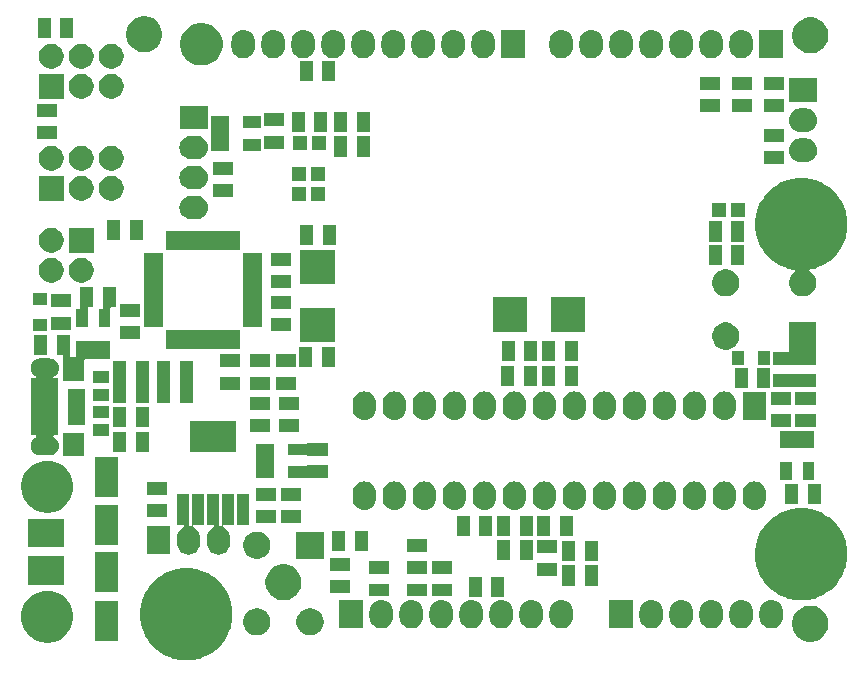
<source format=gts>
G04 #@! TF.GenerationSoftware,KiCad,Pcbnew,(5.0.0-3-g5ebb6b6)*
G04 #@! TF.CreationDate,2018-09-25T22:11:26+10:00*
G04 #@! TF.ProjectId,arduinouno,61726475696E6F756E6F2E6B69636164,rev?*
G04 #@! TF.SameCoordinates,Original*
G04 #@! TF.FileFunction,Soldermask,Top*
G04 #@! TF.FilePolarity,Negative*
%FSLAX46Y46*%
G04 Gerber Fmt 4.6, Leading zero omitted, Abs format (unit mm)*
G04 Created by KiCad (PCBNEW (5.0.0-3-g5ebb6b6)) date Tuesday, 25 September 2018 at 10:11:26 PM*
%MOMM*%
%LPD*%
G01*
G04 APERTURE LIST*
%ADD10C,0.100000*%
G04 APERTURE END LIST*
D10*
G36*
X116707588Y-97849875D02*
X116707590Y-97849876D01*
X116707591Y-97849876D01*
X116828601Y-97900000D01*
X117417343Y-98143865D01*
X117725845Y-98350000D01*
X118056103Y-98570671D01*
X118599329Y-99113897D01*
X118812005Y-99432189D01*
X119026135Y-99752657D01*
X119163286Y-100083769D01*
X119302558Y-100420000D01*
X119320125Y-100462412D01*
X119470000Y-101215884D01*
X119470000Y-101984116D01*
X119321963Y-102728349D01*
X119320124Y-102737591D01*
X119275827Y-102844534D01*
X119026135Y-103447343D01*
X118824163Y-103749615D01*
X118599329Y-104086103D01*
X118056103Y-104629329D01*
X117737811Y-104842005D01*
X117417343Y-105056135D01*
X116969771Y-105241525D01*
X116707591Y-105350124D01*
X116707590Y-105350124D01*
X116707588Y-105350125D01*
X115954116Y-105500000D01*
X115185884Y-105500000D01*
X114432412Y-105350125D01*
X114432410Y-105350124D01*
X114432409Y-105350124D01*
X114170229Y-105241525D01*
X113722657Y-105056135D01*
X113402189Y-104842005D01*
X113083897Y-104629329D01*
X112540671Y-104086103D01*
X112315837Y-103749615D01*
X112113865Y-103447343D01*
X111864173Y-102844534D01*
X111819876Y-102737591D01*
X111818038Y-102728349D01*
X111670000Y-101984116D01*
X111670000Y-101215884D01*
X111819875Y-100462412D01*
X111837443Y-100420000D01*
X111976714Y-100083769D01*
X112113865Y-99752657D01*
X112327995Y-99432189D01*
X112540671Y-99113897D01*
X113083897Y-98570671D01*
X113414155Y-98350000D01*
X113722657Y-98143865D01*
X114311399Y-97900000D01*
X114432409Y-97849876D01*
X114432410Y-97849876D01*
X114432412Y-97849875D01*
X115185884Y-97700000D01*
X115954116Y-97700000D01*
X116707588Y-97849875D01*
X116707588Y-97849875D01*
G37*
G36*
X104186695Y-99633818D02*
X104441719Y-99684545D01*
X104842091Y-99850385D01*
X105202417Y-100091147D01*
X105508853Y-100397583D01*
X105749615Y-100757909D01*
X105915455Y-101158281D01*
X106000000Y-101583321D01*
X106000000Y-102016679D01*
X105915455Y-102441719D01*
X105749615Y-102842091D01*
X105508853Y-103202417D01*
X105202417Y-103508853D01*
X104842091Y-103749615D01*
X104441719Y-103915455D01*
X104186695Y-103966182D01*
X104016681Y-104000000D01*
X103583319Y-104000000D01*
X103413305Y-103966182D01*
X103158281Y-103915455D01*
X102757909Y-103749615D01*
X102397583Y-103508853D01*
X102091147Y-103202417D01*
X101850385Y-102842091D01*
X101684545Y-102441719D01*
X101600000Y-102016679D01*
X101600000Y-101583321D01*
X101684545Y-101158281D01*
X101850385Y-100757909D01*
X102091147Y-100397583D01*
X102397583Y-100091147D01*
X102757909Y-99850385D01*
X103158281Y-99684545D01*
X103413305Y-99633818D01*
X103583319Y-99600000D01*
X104016681Y-99600000D01*
X104186695Y-99633818D01*
X104186695Y-99633818D01*
G37*
G36*
X168844534Y-100934566D02*
X168844536Y-100934567D01*
X168844537Y-100934567D01*
X169121885Y-101049449D01*
X169371492Y-101216231D01*
X169583769Y-101428508D01*
X169750551Y-101678115D01*
X169821384Y-101849119D01*
X169865434Y-101955466D01*
X169924000Y-102249899D01*
X169924000Y-102550101D01*
X169873330Y-102804839D01*
X169865433Y-102844537D01*
X169750551Y-103121885D01*
X169583769Y-103371492D01*
X169371492Y-103583769D01*
X169121885Y-103750551D01*
X168844537Y-103865433D01*
X168844536Y-103865433D01*
X168844534Y-103865434D01*
X168550101Y-103924000D01*
X168249899Y-103924000D01*
X167955466Y-103865434D01*
X167955464Y-103865433D01*
X167955463Y-103865433D01*
X167678115Y-103750551D01*
X167428508Y-103583769D01*
X167216231Y-103371492D01*
X167049449Y-103121885D01*
X166934567Y-102844537D01*
X166926671Y-102804839D01*
X166876000Y-102550101D01*
X166876000Y-102249899D01*
X166934566Y-101955466D01*
X166978617Y-101849119D01*
X167049449Y-101678115D01*
X167216231Y-101428508D01*
X167428508Y-101216231D01*
X167678115Y-101049449D01*
X167955463Y-100934567D01*
X167955464Y-100934567D01*
X167955466Y-100934566D01*
X168249899Y-100876000D01*
X168550101Y-100876000D01*
X168844534Y-100934566D01*
X168844534Y-100934566D01*
G37*
G36*
X109800000Y-103850000D02*
X107800000Y-103850000D01*
X107800000Y-100450000D01*
X109800000Y-100450000D01*
X109800000Y-103850000D01*
X109800000Y-103850000D01*
G37*
G36*
X126385443Y-101144194D02*
X126594729Y-101230884D01*
X126783082Y-101356737D01*
X126943263Y-101516918D01*
X127069116Y-101705271D01*
X127155806Y-101914557D01*
X127200000Y-102136735D01*
X127200000Y-102363265D01*
X127155806Y-102585443D01*
X127069116Y-102794729D01*
X126943263Y-102983082D01*
X126783082Y-103143263D01*
X126594729Y-103269116D01*
X126385443Y-103355806D01*
X126163265Y-103400000D01*
X125936735Y-103400000D01*
X125714557Y-103355806D01*
X125505271Y-103269116D01*
X125316918Y-103143263D01*
X125156737Y-102983082D01*
X125030884Y-102794729D01*
X124944194Y-102585443D01*
X124900000Y-102363265D01*
X124900000Y-102136735D01*
X124944194Y-101914557D01*
X125030884Y-101705271D01*
X125156737Y-101516918D01*
X125316918Y-101356737D01*
X125505271Y-101230884D01*
X125714557Y-101144194D01*
X125936735Y-101100000D01*
X126163265Y-101100000D01*
X126385443Y-101144194D01*
X126385443Y-101144194D01*
G37*
G36*
X121885443Y-101144194D02*
X122094729Y-101230884D01*
X122283082Y-101356737D01*
X122443263Y-101516918D01*
X122569116Y-101705271D01*
X122655806Y-101914557D01*
X122700000Y-102136735D01*
X122700000Y-102363265D01*
X122655806Y-102585443D01*
X122569116Y-102794729D01*
X122443263Y-102983082D01*
X122283082Y-103143263D01*
X122094729Y-103269116D01*
X121885443Y-103355806D01*
X121663265Y-103400000D01*
X121436735Y-103400000D01*
X121214557Y-103355806D01*
X121005271Y-103269116D01*
X120816918Y-103143263D01*
X120656737Y-102983082D01*
X120530884Y-102794729D01*
X120444194Y-102585443D01*
X120400000Y-102363265D01*
X120400000Y-102136735D01*
X120444194Y-101914557D01*
X120530884Y-101705271D01*
X120656737Y-101516918D01*
X120816918Y-101356737D01*
X121005271Y-101230884D01*
X121214557Y-101144194D01*
X121436735Y-101100000D01*
X121663265Y-101100000D01*
X121885443Y-101144194D01*
X121885443Y-101144194D01*
G37*
G36*
X147516031Y-100414468D02*
X147663038Y-100459063D01*
X147704534Y-100471651D01*
X147704536Y-100471652D01*
X147878258Y-100564507D01*
X148030528Y-100689472D01*
X148155493Y-100841742D01*
X148248348Y-101015463D01*
X148305532Y-101203969D01*
X148320000Y-101350871D01*
X148320000Y-101849128D01*
X148305532Y-101996030D01*
X148299267Y-102016681D01*
X148248349Y-102184535D01*
X148248348Y-102184536D01*
X148155493Y-102358258D01*
X148030528Y-102510528D01*
X147878258Y-102635493D01*
X147704537Y-102728348D01*
X147704535Y-102728349D01*
X147674078Y-102737588D01*
X147516031Y-102785532D01*
X147320001Y-102804839D01*
X147123969Y-102785532D01*
X146965923Y-102737588D01*
X146935466Y-102728349D01*
X146935464Y-102728348D01*
X146761743Y-102635493D01*
X146609473Y-102510528D01*
X146484509Y-102358259D01*
X146391651Y-102184535D01*
X146334468Y-101996031D01*
X146320000Y-101849129D01*
X146320000Y-101350872D01*
X146334468Y-101203970D01*
X146376489Y-101065449D01*
X146391651Y-101015466D01*
X146434892Y-100934567D01*
X146484507Y-100841742D01*
X146609472Y-100689472D01*
X146761742Y-100564507D01*
X146935463Y-100471652D01*
X146935465Y-100471651D01*
X146985448Y-100456489D01*
X147123969Y-100414468D01*
X147319999Y-100395161D01*
X147516031Y-100414468D01*
X147516031Y-100414468D01*
G37*
G36*
X155136031Y-100414468D02*
X155283038Y-100459063D01*
X155324534Y-100471651D01*
X155324536Y-100471652D01*
X155498258Y-100564507D01*
X155650528Y-100689472D01*
X155775493Y-100841742D01*
X155868348Y-101015463D01*
X155925532Y-101203969D01*
X155940000Y-101350871D01*
X155940000Y-101849128D01*
X155925532Y-101996030D01*
X155919267Y-102016681D01*
X155868349Y-102184535D01*
X155868348Y-102184536D01*
X155775493Y-102358258D01*
X155650528Y-102510528D01*
X155498258Y-102635493D01*
X155324537Y-102728348D01*
X155324535Y-102728349D01*
X155294078Y-102737588D01*
X155136031Y-102785532D01*
X154940001Y-102804839D01*
X154743969Y-102785532D01*
X154585923Y-102737588D01*
X154555466Y-102728349D01*
X154555464Y-102728348D01*
X154381743Y-102635493D01*
X154229473Y-102510528D01*
X154104509Y-102358259D01*
X154011651Y-102184535D01*
X153954468Y-101996031D01*
X153940000Y-101849129D01*
X153940000Y-101350872D01*
X153954468Y-101203970D01*
X153996489Y-101065449D01*
X154011651Y-101015466D01*
X154054892Y-100934567D01*
X154104507Y-100841742D01*
X154229472Y-100689472D01*
X154381742Y-100564507D01*
X154555463Y-100471652D01*
X154555465Y-100471651D01*
X154605448Y-100456489D01*
X154743969Y-100414468D01*
X154939999Y-100395161D01*
X155136031Y-100414468D01*
X155136031Y-100414468D01*
G37*
G36*
X157676031Y-100414468D02*
X157823038Y-100459063D01*
X157864534Y-100471651D01*
X157864536Y-100471652D01*
X158038258Y-100564507D01*
X158190528Y-100689472D01*
X158315493Y-100841742D01*
X158408348Y-101015463D01*
X158465532Y-101203969D01*
X158480000Y-101350871D01*
X158480000Y-101849128D01*
X158465532Y-101996030D01*
X158459267Y-102016681D01*
X158408349Y-102184535D01*
X158408348Y-102184536D01*
X158315493Y-102358258D01*
X158190528Y-102510528D01*
X158038258Y-102635493D01*
X157864537Y-102728348D01*
X157864535Y-102728349D01*
X157834078Y-102737588D01*
X157676031Y-102785532D01*
X157480001Y-102804839D01*
X157283969Y-102785532D01*
X157125923Y-102737588D01*
X157095466Y-102728349D01*
X157095464Y-102728348D01*
X156921743Y-102635493D01*
X156769473Y-102510528D01*
X156644509Y-102358259D01*
X156551651Y-102184535D01*
X156494468Y-101996031D01*
X156480000Y-101849129D01*
X156480000Y-101350872D01*
X156494468Y-101203970D01*
X156536489Y-101065449D01*
X156551651Y-101015466D01*
X156594892Y-100934567D01*
X156644507Y-100841742D01*
X156769472Y-100689472D01*
X156921742Y-100564507D01*
X157095463Y-100471652D01*
X157095465Y-100471651D01*
X157145448Y-100456489D01*
X157283969Y-100414468D01*
X157479999Y-100395161D01*
X157676031Y-100414468D01*
X157676031Y-100414468D01*
G37*
G36*
X160216031Y-100414468D02*
X160363038Y-100459063D01*
X160404534Y-100471651D01*
X160404536Y-100471652D01*
X160578258Y-100564507D01*
X160730528Y-100689472D01*
X160855493Y-100841742D01*
X160948348Y-101015463D01*
X161005532Y-101203969D01*
X161020000Y-101350871D01*
X161020000Y-101849128D01*
X161005532Y-101996030D01*
X160999267Y-102016681D01*
X160948349Y-102184535D01*
X160948348Y-102184536D01*
X160855493Y-102358258D01*
X160730528Y-102510528D01*
X160578258Y-102635493D01*
X160404537Y-102728348D01*
X160404535Y-102728349D01*
X160374078Y-102737588D01*
X160216031Y-102785532D01*
X160020001Y-102804839D01*
X159823969Y-102785532D01*
X159665923Y-102737588D01*
X159635466Y-102728349D01*
X159635464Y-102728348D01*
X159461743Y-102635493D01*
X159309473Y-102510528D01*
X159184509Y-102358259D01*
X159091651Y-102184535D01*
X159034468Y-101996031D01*
X159020000Y-101849129D01*
X159020000Y-101350872D01*
X159034468Y-101203970D01*
X159076489Y-101065449D01*
X159091651Y-101015466D01*
X159134892Y-100934567D01*
X159184507Y-100841742D01*
X159309472Y-100689472D01*
X159461742Y-100564507D01*
X159635463Y-100471652D01*
X159635465Y-100471651D01*
X159685448Y-100456489D01*
X159823969Y-100414468D01*
X160019999Y-100395161D01*
X160216031Y-100414468D01*
X160216031Y-100414468D01*
G37*
G36*
X162756031Y-100414468D02*
X162903038Y-100459063D01*
X162944534Y-100471651D01*
X162944536Y-100471652D01*
X163118258Y-100564507D01*
X163270528Y-100689472D01*
X163395493Y-100841742D01*
X163488348Y-101015463D01*
X163545532Y-101203969D01*
X163560000Y-101350871D01*
X163560000Y-101849128D01*
X163545532Y-101996030D01*
X163539267Y-102016681D01*
X163488349Y-102184535D01*
X163488348Y-102184536D01*
X163395493Y-102358258D01*
X163270528Y-102510528D01*
X163118258Y-102635493D01*
X162944537Y-102728348D01*
X162944535Y-102728349D01*
X162914078Y-102737588D01*
X162756031Y-102785532D01*
X162560001Y-102804839D01*
X162363969Y-102785532D01*
X162205923Y-102737588D01*
X162175466Y-102728349D01*
X162175464Y-102728348D01*
X162001743Y-102635493D01*
X161849473Y-102510528D01*
X161724509Y-102358259D01*
X161631651Y-102184535D01*
X161574468Y-101996031D01*
X161560000Y-101849129D01*
X161560000Y-101350872D01*
X161574468Y-101203970D01*
X161616489Y-101065449D01*
X161631651Y-101015466D01*
X161674892Y-100934567D01*
X161724507Y-100841742D01*
X161849472Y-100689472D01*
X162001742Y-100564507D01*
X162175463Y-100471652D01*
X162175465Y-100471651D01*
X162225448Y-100456489D01*
X162363969Y-100414468D01*
X162559999Y-100395161D01*
X162756031Y-100414468D01*
X162756031Y-100414468D01*
G37*
G36*
X165296031Y-100414468D02*
X165443038Y-100459063D01*
X165484534Y-100471651D01*
X165484536Y-100471652D01*
X165658258Y-100564507D01*
X165810528Y-100689472D01*
X165935493Y-100841742D01*
X166028348Y-101015463D01*
X166085532Y-101203969D01*
X166100000Y-101350871D01*
X166100000Y-101849128D01*
X166085532Y-101996030D01*
X166079267Y-102016681D01*
X166028349Y-102184535D01*
X166028348Y-102184536D01*
X165935493Y-102358258D01*
X165810528Y-102510528D01*
X165658258Y-102635493D01*
X165484537Y-102728348D01*
X165484535Y-102728349D01*
X165454078Y-102737588D01*
X165296031Y-102785532D01*
X165100001Y-102804839D01*
X164903969Y-102785532D01*
X164745923Y-102737588D01*
X164715466Y-102728349D01*
X164715464Y-102728348D01*
X164541743Y-102635493D01*
X164389473Y-102510528D01*
X164264509Y-102358259D01*
X164171651Y-102184535D01*
X164114468Y-101996031D01*
X164100000Y-101849129D01*
X164100000Y-101350872D01*
X164114468Y-101203970D01*
X164156489Y-101065449D01*
X164171651Y-101015466D01*
X164214892Y-100934567D01*
X164264507Y-100841742D01*
X164389472Y-100689472D01*
X164541742Y-100564507D01*
X164715463Y-100471652D01*
X164715465Y-100471651D01*
X164765448Y-100456489D01*
X164903969Y-100414468D01*
X165099999Y-100395161D01*
X165296031Y-100414468D01*
X165296031Y-100414468D01*
G37*
G36*
X144976031Y-100414468D02*
X145123038Y-100459063D01*
X145164534Y-100471651D01*
X145164536Y-100471652D01*
X145338258Y-100564507D01*
X145490528Y-100689472D01*
X145615493Y-100841742D01*
X145708348Y-101015463D01*
X145765532Y-101203969D01*
X145780000Y-101350871D01*
X145780000Y-101849128D01*
X145765532Y-101996030D01*
X145759267Y-102016681D01*
X145708349Y-102184535D01*
X145708348Y-102184536D01*
X145615493Y-102358258D01*
X145490528Y-102510528D01*
X145338258Y-102635493D01*
X145164537Y-102728348D01*
X145164535Y-102728349D01*
X145134078Y-102737588D01*
X144976031Y-102785532D01*
X144780001Y-102804839D01*
X144583969Y-102785532D01*
X144425923Y-102737588D01*
X144395466Y-102728349D01*
X144395464Y-102728348D01*
X144221743Y-102635493D01*
X144069473Y-102510528D01*
X143944509Y-102358259D01*
X143851651Y-102184535D01*
X143794468Y-101996031D01*
X143780000Y-101849129D01*
X143780000Y-101350872D01*
X143794468Y-101203970D01*
X143836489Y-101065449D01*
X143851651Y-101015466D01*
X143894892Y-100934567D01*
X143944507Y-100841742D01*
X144069472Y-100689472D01*
X144221742Y-100564507D01*
X144395463Y-100471652D01*
X144395465Y-100471651D01*
X144445448Y-100456489D01*
X144583969Y-100414468D01*
X144779999Y-100395161D01*
X144976031Y-100414468D01*
X144976031Y-100414468D01*
G37*
G36*
X137356031Y-100414468D02*
X137503038Y-100459063D01*
X137544534Y-100471651D01*
X137544536Y-100471652D01*
X137718258Y-100564507D01*
X137870528Y-100689472D01*
X137995493Y-100841742D01*
X138088348Y-101015463D01*
X138145532Y-101203969D01*
X138160000Y-101350871D01*
X138160000Y-101849128D01*
X138145532Y-101996030D01*
X138139267Y-102016681D01*
X138088349Y-102184535D01*
X138088348Y-102184536D01*
X137995493Y-102358258D01*
X137870528Y-102510528D01*
X137718258Y-102635493D01*
X137544537Y-102728348D01*
X137544535Y-102728349D01*
X137514078Y-102737588D01*
X137356031Y-102785532D01*
X137160001Y-102804839D01*
X136963969Y-102785532D01*
X136805923Y-102737588D01*
X136775466Y-102728349D01*
X136775464Y-102728348D01*
X136601743Y-102635493D01*
X136449473Y-102510528D01*
X136324509Y-102358259D01*
X136231651Y-102184535D01*
X136174468Y-101996031D01*
X136160000Y-101849129D01*
X136160000Y-101350872D01*
X136174468Y-101203970D01*
X136216489Y-101065449D01*
X136231651Y-101015466D01*
X136274892Y-100934567D01*
X136324507Y-100841742D01*
X136449472Y-100689472D01*
X136601742Y-100564507D01*
X136775463Y-100471652D01*
X136775465Y-100471651D01*
X136825448Y-100456489D01*
X136963969Y-100414468D01*
X137159999Y-100395161D01*
X137356031Y-100414468D01*
X137356031Y-100414468D01*
G37*
G36*
X132276031Y-100414468D02*
X132423038Y-100459063D01*
X132464534Y-100471651D01*
X132464536Y-100471652D01*
X132638258Y-100564507D01*
X132790528Y-100689472D01*
X132915493Y-100841742D01*
X133008348Y-101015463D01*
X133065532Y-101203969D01*
X133080000Y-101350871D01*
X133080000Y-101849128D01*
X133065532Y-101996030D01*
X133059267Y-102016681D01*
X133008349Y-102184535D01*
X133008348Y-102184536D01*
X132915493Y-102358258D01*
X132790528Y-102510528D01*
X132638258Y-102635493D01*
X132464537Y-102728348D01*
X132464535Y-102728349D01*
X132434078Y-102737588D01*
X132276031Y-102785532D01*
X132080001Y-102804839D01*
X131883969Y-102785532D01*
X131725923Y-102737588D01*
X131695466Y-102728349D01*
X131695464Y-102728348D01*
X131521743Y-102635493D01*
X131369473Y-102510528D01*
X131244509Y-102358259D01*
X131151651Y-102184535D01*
X131094468Y-101996031D01*
X131080000Y-101849129D01*
X131080000Y-101350872D01*
X131094468Y-101203970D01*
X131136489Y-101065449D01*
X131151651Y-101015466D01*
X131194892Y-100934567D01*
X131244507Y-100841742D01*
X131369472Y-100689472D01*
X131521742Y-100564507D01*
X131695463Y-100471652D01*
X131695465Y-100471651D01*
X131745448Y-100456489D01*
X131883969Y-100414468D01*
X132079999Y-100395161D01*
X132276031Y-100414468D01*
X132276031Y-100414468D01*
G37*
G36*
X134816031Y-100414468D02*
X134963038Y-100459063D01*
X135004534Y-100471651D01*
X135004536Y-100471652D01*
X135178258Y-100564507D01*
X135330528Y-100689472D01*
X135455493Y-100841742D01*
X135548348Y-101015463D01*
X135605532Y-101203969D01*
X135620000Y-101350871D01*
X135620000Y-101849128D01*
X135605532Y-101996030D01*
X135599267Y-102016681D01*
X135548349Y-102184535D01*
X135548348Y-102184536D01*
X135455493Y-102358258D01*
X135330528Y-102510528D01*
X135178258Y-102635493D01*
X135004537Y-102728348D01*
X135004535Y-102728349D01*
X134974078Y-102737588D01*
X134816031Y-102785532D01*
X134620001Y-102804839D01*
X134423969Y-102785532D01*
X134265923Y-102737588D01*
X134235466Y-102728349D01*
X134235464Y-102728348D01*
X134061743Y-102635493D01*
X133909473Y-102510528D01*
X133784509Y-102358259D01*
X133691651Y-102184535D01*
X133634468Y-101996031D01*
X133620000Y-101849129D01*
X133620000Y-101350872D01*
X133634468Y-101203970D01*
X133676489Y-101065449D01*
X133691651Y-101015466D01*
X133734892Y-100934567D01*
X133784507Y-100841742D01*
X133909472Y-100689472D01*
X134061742Y-100564507D01*
X134235463Y-100471652D01*
X134235465Y-100471651D01*
X134285448Y-100456489D01*
X134423969Y-100414468D01*
X134619999Y-100395161D01*
X134816031Y-100414468D01*
X134816031Y-100414468D01*
G37*
G36*
X142436031Y-100414468D02*
X142583038Y-100459063D01*
X142624534Y-100471651D01*
X142624536Y-100471652D01*
X142798258Y-100564507D01*
X142950528Y-100689472D01*
X143075493Y-100841742D01*
X143168348Y-101015463D01*
X143225532Y-101203969D01*
X143240000Y-101350871D01*
X143240000Y-101849128D01*
X143225532Y-101996030D01*
X143219267Y-102016681D01*
X143168349Y-102184535D01*
X143168348Y-102184536D01*
X143075493Y-102358258D01*
X142950528Y-102510528D01*
X142798258Y-102635493D01*
X142624537Y-102728348D01*
X142624535Y-102728349D01*
X142594078Y-102737588D01*
X142436031Y-102785532D01*
X142240001Y-102804839D01*
X142043969Y-102785532D01*
X141885923Y-102737588D01*
X141855466Y-102728349D01*
X141855464Y-102728348D01*
X141681743Y-102635493D01*
X141529473Y-102510528D01*
X141404509Y-102358259D01*
X141311651Y-102184535D01*
X141254468Y-101996031D01*
X141240000Y-101849129D01*
X141240000Y-101350872D01*
X141254468Y-101203970D01*
X141296489Y-101065449D01*
X141311651Y-101015466D01*
X141354892Y-100934567D01*
X141404507Y-100841742D01*
X141529472Y-100689472D01*
X141681742Y-100564507D01*
X141855463Y-100471652D01*
X141855465Y-100471651D01*
X141905448Y-100456489D01*
X142043969Y-100414468D01*
X142239999Y-100395161D01*
X142436031Y-100414468D01*
X142436031Y-100414468D01*
G37*
G36*
X139896031Y-100414468D02*
X140043038Y-100459063D01*
X140084534Y-100471651D01*
X140084536Y-100471652D01*
X140258258Y-100564507D01*
X140410528Y-100689472D01*
X140535493Y-100841742D01*
X140628348Y-101015463D01*
X140685532Y-101203969D01*
X140700000Y-101350871D01*
X140700000Y-101849128D01*
X140685532Y-101996030D01*
X140679267Y-102016681D01*
X140628349Y-102184535D01*
X140628348Y-102184536D01*
X140535493Y-102358258D01*
X140410528Y-102510528D01*
X140258258Y-102635493D01*
X140084537Y-102728348D01*
X140084535Y-102728349D01*
X140054078Y-102737588D01*
X139896031Y-102785532D01*
X139700001Y-102804839D01*
X139503969Y-102785532D01*
X139345923Y-102737588D01*
X139315466Y-102728349D01*
X139315464Y-102728348D01*
X139141743Y-102635493D01*
X138989473Y-102510528D01*
X138864509Y-102358259D01*
X138771651Y-102184535D01*
X138714468Y-101996031D01*
X138700000Y-101849129D01*
X138700000Y-101350872D01*
X138714468Y-101203970D01*
X138756489Y-101065449D01*
X138771651Y-101015466D01*
X138814892Y-100934567D01*
X138864507Y-100841742D01*
X138989472Y-100689472D01*
X139141742Y-100564507D01*
X139315463Y-100471652D01*
X139315465Y-100471651D01*
X139365448Y-100456489D01*
X139503969Y-100414468D01*
X139699999Y-100395161D01*
X139896031Y-100414468D01*
X139896031Y-100414468D01*
G37*
G36*
X153400000Y-102800000D02*
X151400000Y-102800000D01*
X151400000Y-100400000D01*
X153400000Y-100400000D01*
X153400000Y-102800000D01*
X153400000Y-102800000D01*
G37*
G36*
X130540000Y-102800000D02*
X128540000Y-102800000D01*
X128540000Y-100400000D01*
X130540000Y-100400000D01*
X130540000Y-102800000D01*
X130540000Y-102800000D01*
G37*
G36*
X124244534Y-97434566D02*
X124244536Y-97434567D01*
X124244537Y-97434567D01*
X124521885Y-97549449D01*
X124771492Y-97716231D01*
X124983769Y-97928508D01*
X125150551Y-98178115D01*
X125221749Y-98350000D01*
X125265434Y-98455466D01*
X125324000Y-98749899D01*
X125324000Y-99050101D01*
X125311311Y-99113895D01*
X125265433Y-99344537D01*
X125150551Y-99621885D01*
X124983769Y-99871492D01*
X124771492Y-100083769D01*
X124521885Y-100250551D01*
X124244537Y-100365433D01*
X124244536Y-100365433D01*
X124244534Y-100365434D01*
X123950101Y-100424000D01*
X123649899Y-100424000D01*
X123355466Y-100365434D01*
X123355464Y-100365433D01*
X123355463Y-100365433D01*
X123078115Y-100250551D01*
X122828508Y-100083769D01*
X122616231Y-99871492D01*
X122449449Y-99621885D01*
X122334567Y-99344537D01*
X122288690Y-99113895D01*
X122276000Y-99050101D01*
X122276000Y-98749899D01*
X122334566Y-98455466D01*
X122378252Y-98350000D01*
X122449449Y-98178115D01*
X122616231Y-97928508D01*
X122828508Y-97716231D01*
X123078115Y-97549449D01*
X123355463Y-97434567D01*
X123355464Y-97434567D01*
X123355466Y-97434566D01*
X123649899Y-97376000D01*
X123950101Y-97376000D01*
X124244534Y-97434566D01*
X124244534Y-97434566D01*
G37*
G36*
X168777588Y-92769875D02*
X168777590Y-92769876D01*
X168777591Y-92769876D01*
X169039771Y-92878475D01*
X169487343Y-93063865D01*
X169765913Y-93250000D01*
X170126103Y-93490671D01*
X170669329Y-94033897D01*
X170794154Y-94220711D01*
X171096135Y-94672657D01*
X171390125Y-95382412D01*
X171540000Y-96135884D01*
X171540000Y-96904116D01*
X171434487Y-97434567D01*
X171390124Y-97657591D01*
X171365834Y-97716231D01*
X171096135Y-98367343D01*
X170960275Y-98570671D01*
X170669329Y-99006103D01*
X170126103Y-99549329D01*
X169825777Y-99750000D01*
X169487343Y-99976135D01*
X169039771Y-100161525D01*
X168777591Y-100270124D01*
X168777590Y-100270124D01*
X168777588Y-100270125D01*
X168024116Y-100420000D01*
X167255884Y-100420000D01*
X166502412Y-100270125D01*
X166502410Y-100270124D01*
X166502409Y-100270124D01*
X166240229Y-100161525D01*
X165792657Y-99976135D01*
X165454223Y-99750000D01*
X165153897Y-99549329D01*
X164610671Y-99006103D01*
X164319725Y-98570671D01*
X164183865Y-98367343D01*
X163914166Y-97716231D01*
X163889876Y-97657591D01*
X163845514Y-97434567D01*
X163740000Y-96904116D01*
X163740000Y-96135884D01*
X163889875Y-95382412D01*
X164183865Y-94672657D01*
X164485846Y-94220711D01*
X164610671Y-94033897D01*
X165153897Y-93490671D01*
X165514087Y-93250000D01*
X165792657Y-93063865D01*
X166240229Y-92878475D01*
X166502409Y-92769876D01*
X166502410Y-92769876D01*
X166502412Y-92769875D01*
X167255884Y-92620000D01*
X168024116Y-92620000D01*
X168777588Y-92769875D01*
X168777588Y-92769875D01*
G37*
G36*
X140600000Y-100150000D02*
X139500000Y-100150000D01*
X139500000Y-98450000D01*
X140600000Y-98450000D01*
X140600000Y-100150000D01*
X140600000Y-100150000D01*
G37*
G36*
X142500000Y-100150000D02*
X141400000Y-100150000D01*
X141400000Y-98450000D01*
X142500000Y-98450000D01*
X142500000Y-100150000D01*
X142500000Y-100150000D01*
G37*
G36*
X135950000Y-100100000D02*
X134250000Y-100100000D01*
X134250000Y-99000000D01*
X135950000Y-99000000D01*
X135950000Y-100100000D01*
X135950000Y-100100000D01*
G37*
G36*
X138050000Y-100100000D02*
X136350000Y-100100000D01*
X136350000Y-99000000D01*
X138050000Y-99000000D01*
X138050000Y-100100000D01*
X138050000Y-100100000D01*
G37*
G36*
X132750000Y-100100000D02*
X131050000Y-100100000D01*
X131050000Y-99000000D01*
X132750000Y-99000000D01*
X132750000Y-100100000D01*
X132750000Y-100100000D01*
G37*
G36*
X129450000Y-99800000D02*
X127750000Y-99800000D01*
X127750000Y-98700000D01*
X129450000Y-98700000D01*
X129450000Y-99800000D01*
X129450000Y-99800000D01*
G37*
G36*
X109800000Y-99750000D02*
X107800000Y-99750000D01*
X107800000Y-96350000D01*
X109800000Y-96350000D01*
X109800000Y-99750000D01*
X109800000Y-99750000D01*
G37*
G36*
X150400000Y-99175000D02*
X149300000Y-99175000D01*
X149300000Y-97475000D01*
X150400000Y-97475000D01*
X150400000Y-99175000D01*
X150400000Y-99175000D01*
G37*
G36*
X148500000Y-99175000D02*
X147400000Y-99175000D01*
X147400000Y-97475000D01*
X148500000Y-97475000D01*
X148500000Y-99175000D01*
X148500000Y-99175000D01*
G37*
G36*
X105250000Y-99100000D02*
X102150000Y-99100000D01*
X102150000Y-96700000D01*
X105250000Y-96700000D01*
X105250000Y-99100000D01*
X105250000Y-99100000D01*
G37*
G36*
X147000000Y-98350000D02*
X145300000Y-98350000D01*
X145300000Y-97250000D01*
X147000000Y-97250000D01*
X147000000Y-98350000D01*
X147000000Y-98350000D01*
G37*
G36*
X138050000Y-98200000D02*
X136350000Y-98200000D01*
X136350000Y-97100000D01*
X138050000Y-97100000D01*
X138050000Y-98200000D01*
X138050000Y-98200000D01*
G37*
G36*
X135950000Y-98200000D02*
X134250000Y-98200000D01*
X134250000Y-97100000D01*
X135950000Y-97100000D01*
X135950000Y-98200000D01*
X135950000Y-98200000D01*
G37*
G36*
X132750000Y-98200000D02*
X131050000Y-98200000D01*
X131050000Y-97100000D01*
X132750000Y-97100000D01*
X132750000Y-98200000D01*
X132750000Y-98200000D01*
G37*
G36*
X129450000Y-97900000D02*
X127750000Y-97900000D01*
X127750000Y-96800000D01*
X129450000Y-96800000D01*
X129450000Y-97900000D01*
X129450000Y-97900000D01*
G37*
G36*
X150400000Y-97075000D02*
X149300000Y-97075000D01*
X149300000Y-95375000D01*
X150400000Y-95375000D01*
X150400000Y-97075000D01*
X150400000Y-97075000D01*
G37*
G36*
X148500000Y-97075000D02*
X147400000Y-97075000D01*
X147400000Y-95375000D01*
X148500000Y-95375000D01*
X148500000Y-97075000D01*
X148500000Y-97075000D01*
G37*
G36*
X144900000Y-97050000D02*
X143800000Y-97050000D01*
X143800000Y-95350000D01*
X144900000Y-95350000D01*
X144900000Y-97050000D01*
X144900000Y-97050000D01*
G37*
G36*
X143000000Y-97050000D02*
X141900000Y-97050000D01*
X141900000Y-95350000D01*
X143000000Y-95350000D01*
X143000000Y-97050000D01*
X143000000Y-97050000D01*
G37*
G36*
X121885443Y-94644194D02*
X122094729Y-94730884D01*
X122283082Y-94856737D01*
X122443263Y-95016918D01*
X122569116Y-95205271D01*
X122655806Y-95414557D01*
X122700000Y-95636735D01*
X122700000Y-95863265D01*
X122655806Y-96085443D01*
X122569116Y-96294729D01*
X122443263Y-96483082D01*
X122283082Y-96643263D01*
X122094729Y-96769116D01*
X121885443Y-96855806D01*
X121663265Y-96900000D01*
X121436735Y-96900000D01*
X121214557Y-96855806D01*
X121005271Y-96769116D01*
X120816918Y-96643263D01*
X120656737Y-96483082D01*
X120530884Y-96294729D01*
X120444194Y-96085443D01*
X120400000Y-95863265D01*
X120400000Y-95636735D01*
X120444194Y-95414557D01*
X120530884Y-95205271D01*
X120656737Y-95016918D01*
X120816918Y-94856737D01*
X121005271Y-94730884D01*
X121214557Y-94644194D01*
X121436735Y-94600000D01*
X121663265Y-94600000D01*
X121885443Y-94644194D01*
X121885443Y-94644194D01*
G37*
G36*
X127200000Y-96900000D02*
X124900000Y-96900000D01*
X124900000Y-94600000D01*
X127200000Y-94600000D01*
X127200000Y-96900000D01*
X127200000Y-96900000D01*
G37*
G36*
X115760000Y-94044527D02*
X115761921Y-94064036D01*
X115767612Y-94082795D01*
X115776853Y-94100084D01*
X115789289Y-94115238D01*
X115804443Y-94127674D01*
X115821732Y-94136915D01*
X115840491Y-94142606D01*
X115850199Y-94144046D01*
X115920199Y-94150940D01*
X115939802Y-94150939D01*
X115959029Y-94147115D01*
X115977140Y-94139613D01*
X115993440Y-94128722D01*
X116007301Y-94114860D01*
X116018192Y-94098560D01*
X116025694Y-94080449D01*
X116030000Y-94051421D01*
X116030000Y-91450000D01*
X117030000Y-91450000D01*
X117030000Y-94050000D01*
X116241329Y-94050000D01*
X116221820Y-94051921D01*
X116203061Y-94057612D01*
X116185772Y-94066853D01*
X116170618Y-94079289D01*
X116158182Y-94094443D01*
X116148941Y-94111732D01*
X116143250Y-94130491D01*
X116141329Y-94150000D01*
X116143250Y-94169509D01*
X116148941Y-94188268D01*
X116158182Y-94205557D01*
X116170618Y-94220711D01*
X116185772Y-94233147D01*
X116194190Y-94238192D01*
X116318258Y-94304507D01*
X116470528Y-94429472D01*
X116595493Y-94581742D01*
X116688348Y-94755463D01*
X116745532Y-94943969D01*
X116760000Y-95090871D01*
X116760000Y-95589128D01*
X116745532Y-95736030D01*
X116710646Y-95851032D01*
X116688349Y-95924535D01*
X116688348Y-95924536D01*
X116595493Y-96098258D01*
X116470528Y-96250528D01*
X116318258Y-96375493D01*
X116178864Y-96450000D01*
X116144535Y-96468349D01*
X116095973Y-96483080D01*
X115956031Y-96525532D01*
X115760001Y-96544839D01*
X115563969Y-96525532D01*
X115416962Y-96480937D01*
X115375466Y-96468349D01*
X115341137Y-96450000D01*
X115201743Y-96375493D01*
X115049473Y-96250528D01*
X114924509Y-96098259D01*
X114831651Y-95924535D01*
X114774468Y-95736031D01*
X114760000Y-95589129D01*
X114760000Y-95090872D01*
X114774468Y-94943970D01*
X114831652Y-94755464D01*
X114924507Y-94581742D01*
X115049472Y-94429472D01*
X115201742Y-94304507D01*
X115325809Y-94238192D01*
X115342109Y-94227301D01*
X115355971Y-94213440D01*
X115366862Y-94197140D01*
X115374364Y-94179029D01*
X115378188Y-94159802D01*
X115378189Y-94140199D01*
X115374364Y-94120972D01*
X115366862Y-94102861D01*
X115355971Y-94086561D01*
X115342110Y-94072699D01*
X115325810Y-94061808D01*
X115307699Y-94054306D01*
X115288472Y-94050482D01*
X115278670Y-94050000D01*
X114760000Y-94050000D01*
X114760000Y-91450000D01*
X115760000Y-91450000D01*
X115760000Y-94044527D01*
X115760000Y-94044527D01*
G37*
G36*
X118300000Y-94044527D02*
X118301921Y-94064036D01*
X118307612Y-94082795D01*
X118316853Y-94100084D01*
X118329289Y-94115238D01*
X118344443Y-94127674D01*
X118361732Y-94136915D01*
X118380491Y-94142606D01*
X118390199Y-94144046D01*
X118460199Y-94150940D01*
X118479802Y-94150939D01*
X118499029Y-94147115D01*
X118517140Y-94139613D01*
X118533440Y-94128722D01*
X118547301Y-94114860D01*
X118558192Y-94098560D01*
X118565694Y-94080449D01*
X118570000Y-94051421D01*
X118570000Y-91450000D01*
X119570000Y-91450000D01*
X119570000Y-94050000D01*
X118781329Y-94050000D01*
X118761820Y-94051921D01*
X118743061Y-94057612D01*
X118725772Y-94066853D01*
X118710618Y-94079289D01*
X118698182Y-94094443D01*
X118688941Y-94111732D01*
X118683250Y-94130491D01*
X118681329Y-94150000D01*
X118683250Y-94169509D01*
X118688941Y-94188268D01*
X118698182Y-94205557D01*
X118710618Y-94220711D01*
X118725772Y-94233147D01*
X118734190Y-94238192D01*
X118858258Y-94304507D01*
X119010528Y-94429472D01*
X119135493Y-94581742D01*
X119228348Y-94755463D01*
X119285532Y-94943969D01*
X119300000Y-95090871D01*
X119300000Y-95589128D01*
X119285532Y-95736030D01*
X119250646Y-95851032D01*
X119228349Y-95924535D01*
X119228348Y-95924536D01*
X119135493Y-96098258D01*
X119010528Y-96250528D01*
X118858258Y-96375493D01*
X118718864Y-96450000D01*
X118684535Y-96468349D01*
X118635973Y-96483080D01*
X118496031Y-96525532D01*
X118300001Y-96544839D01*
X118103969Y-96525532D01*
X117956962Y-96480937D01*
X117915466Y-96468349D01*
X117881137Y-96450000D01*
X117741743Y-96375493D01*
X117589473Y-96250528D01*
X117464509Y-96098259D01*
X117371651Y-95924535D01*
X117314468Y-95736031D01*
X117300000Y-95589129D01*
X117300000Y-95090872D01*
X117314468Y-94943970D01*
X117371652Y-94755464D01*
X117464507Y-94581742D01*
X117589472Y-94429472D01*
X117741742Y-94304507D01*
X117865809Y-94238192D01*
X117882109Y-94227301D01*
X117895971Y-94213440D01*
X117906862Y-94197140D01*
X117914364Y-94179029D01*
X117918188Y-94159802D01*
X117918189Y-94140199D01*
X117914364Y-94120972D01*
X117906862Y-94102861D01*
X117895971Y-94086561D01*
X117882110Y-94072699D01*
X117865810Y-94061808D01*
X117847699Y-94054306D01*
X117828472Y-94050482D01*
X117818670Y-94050000D01*
X117300000Y-94050000D01*
X117300000Y-91450000D01*
X118300000Y-91450000D01*
X118300000Y-94044527D01*
X118300000Y-94044527D01*
G37*
G36*
X114220000Y-96540000D02*
X112220000Y-96540000D01*
X112220000Y-94140000D01*
X114220000Y-94140000D01*
X114220000Y-96540000D01*
X114220000Y-96540000D01*
G37*
G36*
X147000000Y-96450000D02*
X145300000Y-96450000D01*
X145300000Y-95350000D01*
X147000000Y-95350000D01*
X147000000Y-96450000D01*
X147000000Y-96450000D01*
G37*
G36*
X135950000Y-96300000D02*
X134250000Y-96300000D01*
X134250000Y-95200000D01*
X135950000Y-95200000D01*
X135950000Y-96300000D01*
X135950000Y-96300000D01*
G37*
G36*
X130950000Y-96250000D02*
X129850000Y-96250000D01*
X129850000Y-94550000D01*
X130950000Y-94550000D01*
X130950000Y-96250000D01*
X130950000Y-96250000D01*
G37*
G36*
X129050000Y-96250000D02*
X127950000Y-96250000D01*
X127950000Y-94550000D01*
X129050000Y-94550000D01*
X129050000Y-96250000D01*
X129050000Y-96250000D01*
G37*
G36*
X105250000Y-95900000D02*
X102150000Y-95900000D01*
X102150000Y-93500000D01*
X105250000Y-93500000D01*
X105250000Y-95900000D01*
X105250000Y-95900000D01*
G37*
G36*
X109800000Y-95750000D02*
X107800000Y-95750000D01*
X107800000Y-92350000D01*
X109800000Y-92350000D01*
X109800000Y-95750000D01*
X109800000Y-95750000D01*
G37*
G36*
X141450000Y-94975000D02*
X140350000Y-94975000D01*
X140350000Y-93275000D01*
X141450000Y-93275000D01*
X141450000Y-94975000D01*
X141450000Y-94975000D01*
G37*
G36*
X139550000Y-94975000D02*
X138450000Y-94975000D01*
X138450000Y-93275000D01*
X139550000Y-93275000D01*
X139550000Y-94975000D01*
X139550000Y-94975000D01*
G37*
G36*
X144900000Y-94950000D02*
X143800000Y-94950000D01*
X143800000Y-93250000D01*
X144900000Y-93250000D01*
X144900000Y-94950000D01*
X144900000Y-94950000D01*
G37*
G36*
X146400000Y-94950000D02*
X145300000Y-94950000D01*
X145300000Y-93250000D01*
X146400000Y-93250000D01*
X146400000Y-94950000D01*
X146400000Y-94950000D01*
G37*
G36*
X148300000Y-94950000D02*
X147200000Y-94950000D01*
X147200000Y-93250000D01*
X148300000Y-93250000D01*
X148300000Y-94950000D01*
X148300000Y-94950000D01*
G37*
G36*
X143000000Y-94950000D02*
X141900000Y-94950000D01*
X141900000Y-93250000D01*
X143000000Y-93250000D01*
X143000000Y-94950000D01*
X143000000Y-94950000D01*
G37*
G36*
X120840000Y-94050000D02*
X119840000Y-94050000D01*
X119840000Y-91450000D01*
X120840000Y-91450000D01*
X120840000Y-94050000D01*
X120840000Y-94050000D01*
G37*
G36*
X125250000Y-93900000D02*
X123550000Y-93900000D01*
X123550000Y-92800000D01*
X125250000Y-92800000D01*
X125250000Y-93900000D01*
X125250000Y-93900000D01*
G37*
G36*
X123150000Y-93900000D02*
X121450000Y-93900000D01*
X121450000Y-92800000D01*
X123150000Y-92800000D01*
X123150000Y-93900000D01*
X123150000Y-93900000D01*
G37*
G36*
X113950000Y-93400000D02*
X112250000Y-93400000D01*
X112250000Y-92300000D01*
X113950000Y-92300000D01*
X113950000Y-93400000D01*
X113950000Y-93400000D01*
G37*
G36*
X104186695Y-88633818D02*
X104441719Y-88684545D01*
X104842091Y-88850385D01*
X105202417Y-89091147D01*
X105508853Y-89397583D01*
X105749615Y-89757909D01*
X105915455Y-90158281D01*
X105933699Y-90250000D01*
X106000000Y-90583319D01*
X106000000Y-91016681D01*
X105969310Y-91170969D01*
X105915455Y-91441719D01*
X105749615Y-91842091D01*
X105508853Y-92202417D01*
X105202417Y-92508853D01*
X104842091Y-92749615D01*
X104441719Y-92915455D01*
X104186695Y-92966182D01*
X104016681Y-93000000D01*
X103583319Y-93000000D01*
X103413305Y-92966182D01*
X103158281Y-92915455D01*
X102757909Y-92749615D01*
X102397583Y-92508853D01*
X102091147Y-92202417D01*
X101850385Y-91842091D01*
X101684545Y-91441719D01*
X101630690Y-91170969D01*
X101600000Y-91016681D01*
X101600000Y-90583319D01*
X101666301Y-90250000D01*
X101684545Y-90158281D01*
X101850385Y-89757909D01*
X102091147Y-89397583D01*
X102397583Y-89091147D01*
X102757909Y-88850385D01*
X103158281Y-88684545D01*
X103413305Y-88633818D01*
X103583319Y-88600000D01*
X104016681Y-88600000D01*
X104186695Y-88633818D01*
X104186695Y-88633818D01*
G37*
G36*
X130841031Y-90381468D02*
X130979552Y-90423489D01*
X131029535Y-90438651D01*
X131029537Y-90438652D01*
X131203258Y-90531507D01*
X131355528Y-90656472D01*
X131480493Y-90808742D01*
X131543854Y-90927284D01*
X131573349Y-90982465D01*
X131583728Y-91016681D01*
X131630532Y-91170970D01*
X131645000Y-91317872D01*
X131645000Y-91816129D01*
X131630532Y-91963031D01*
X131573348Y-92151537D01*
X131480493Y-92325258D01*
X131355528Y-92477528D01*
X131203258Y-92602493D01*
X131029536Y-92695348D01*
X131029534Y-92695349D01*
X130988038Y-92707937D01*
X130841031Y-92752532D01*
X130644999Y-92771839D01*
X130448969Y-92752532D01*
X130310448Y-92710511D01*
X130260465Y-92695349D01*
X130260463Y-92695348D01*
X130086742Y-92602493D01*
X129934472Y-92477528D01*
X129809507Y-92325258D01*
X129716652Y-92151536D01*
X129659468Y-91963030D01*
X129645000Y-91816128D01*
X129645000Y-91317871D01*
X129659468Y-91170969D01*
X129716651Y-90982465D01*
X129809509Y-90808741D01*
X129934473Y-90656472D01*
X130086743Y-90531507D01*
X130260464Y-90438652D01*
X130260466Y-90438651D01*
X130301962Y-90426063D01*
X130448969Y-90381468D01*
X130645001Y-90362161D01*
X130841031Y-90381468D01*
X130841031Y-90381468D01*
G37*
G36*
X133381031Y-90381468D02*
X133519552Y-90423489D01*
X133569535Y-90438651D01*
X133569537Y-90438652D01*
X133743258Y-90531507D01*
X133895528Y-90656472D01*
X134020493Y-90808742D01*
X134083854Y-90927284D01*
X134113349Y-90982465D01*
X134123728Y-91016681D01*
X134170532Y-91170970D01*
X134185000Y-91317872D01*
X134185000Y-91816129D01*
X134170532Y-91963031D01*
X134113348Y-92151537D01*
X134020493Y-92325258D01*
X133895528Y-92477528D01*
X133743258Y-92602493D01*
X133569536Y-92695348D01*
X133569534Y-92695349D01*
X133528038Y-92707937D01*
X133381031Y-92752532D01*
X133184999Y-92771839D01*
X132988969Y-92752532D01*
X132850448Y-92710511D01*
X132800465Y-92695349D01*
X132800463Y-92695348D01*
X132626742Y-92602493D01*
X132474472Y-92477528D01*
X132349507Y-92325258D01*
X132256652Y-92151536D01*
X132199468Y-91963030D01*
X132185000Y-91816128D01*
X132185000Y-91317871D01*
X132199468Y-91170969D01*
X132256651Y-90982465D01*
X132349509Y-90808741D01*
X132474473Y-90656472D01*
X132626743Y-90531507D01*
X132800464Y-90438652D01*
X132800466Y-90438651D01*
X132841962Y-90426063D01*
X132988969Y-90381468D01*
X133185001Y-90362161D01*
X133381031Y-90381468D01*
X133381031Y-90381468D01*
G37*
G36*
X135921031Y-90381468D02*
X136059552Y-90423489D01*
X136109535Y-90438651D01*
X136109537Y-90438652D01*
X136283258Y-90531507D01*
X136435528Y-90656472D01*
X136560493Y-90808742D01*
X136623854Y-90927284D01*
X136653349Y-90982465D01*
X136663728Y-91016681D01*
X136710532Y-91170970D01*
X136725000Y-91317872D01*
X136725000Y-91816129D01*
X136710532Y-91963031D01*
X136653348Y-92151537D01*
X136560493Y-92325258D01*
X136435528Y-92477528D01*
X136283258Y-92602493D01*
X136109536Y-92695348D01*
X136109534Y-92695349D01*
X136068038Y-92707937D01*
X135921031Y-92752532D01*
X135724999Y-92771839D01*
X135528969Y-92752532D01*
X135390448Y-92710511D01*
X135340465Y-92695349D01*
X135340463Y-92695348D01*
X135166742Y-92602493D01*
X135014472Y-92477528D01*
X134889507Y-92325258D01*
X134796652Y-92151536D01*
X134739468Y-91963030D01*
X134725000Y-91816128D01*
X134725000Y-91317871D01*
X134739468Y-91170969D01*
X134796651Y-90982465D01*
X134889509Y-90808741D01*
X135014473Y-90656472D01*
X135166743Y-90531507D01*
X135340464Y-90438652D01*
X135340466Y-90438651D01*
X135381962Y-90426063D01*
X135528969Y-90381468D01*
X135725001Y-90362161D01*
X135921031Y-90381468D01*
X135921031Y-90381468D01*
G37*
G36*
X138461031Y-90381468D02*
X138599552Y-90423489D01*
X138649535Y-90438651D01*
X138649537Y-90438652D01*
X138823258Y-90531507D01*
X138975528Y-90656472D01*
X139100493Y-90808742D01*
X139163854Y-90927284D01*
X139193349Y-90982465D01*
X139203728Y-91016681D01*
X139250532Y-91170970D01*
X139265000Y-91317872D01*
X139265000Y-91816129D01*
X139250532Y-91963031D01*
X139193348Y-92151537D01*
X139100493Y-92325258D01*
X138975528Y-92477528D01*
X138823258Y-92602493D01*
X138649536Y-92695348D01*
X138649534Y-92695349D01*
X138608038Y-92707937D01*
X138461031Y-92752532D01*
X138264999Y-92771839D01*
X138068969Y-92752532D01*
X137930448Y-92710511D01*
X137880465Y-92695349D01*
X137880463Y-92695348D01*
X137706742Y-92602493D01*
X137554472Y-92477528D01*
X137429507Y-92325258D01*
X137336652Y-92151536D01*
X137279468Y-91963030D01*
X137265000Y-91816128D01*
X137265000Y-91317871D01*
X137279468Y-91170969D01*
X137336651Y-90982465D01*
X137429509Y-90808741D01*
X137554473Y-90656472D01*
X137706743Y-90531507D01*
X137880464Y-90438652D01*
X137880466Y-90438651D01*
X137921962Y-90426063D01*
X138068969Y-90381468D01*
X138265001Y-90362161D01*
X138461031Y-90381468D01*
X138461031Y-90381468D01*
G37*
G36*
X141001031Y-90381468D02*
X141139552Y-90423489D01*
X141189535Y-90438651D01*
X141189537Y-90438652D01*
X141363258Y-90531507D01*
X141515528Y-90656472D01*
X141640493Y-90808742D01*
X141703854Y-90927284D01*
X141733349Y-90982465D01*
X141743728Y-91016681D01*
X141790532Y-91170970D01*
X141805000Y-91317872D01*
X141805000Y-91816129D01*
X141790532Y-91963031D01*
X141733348Y-92151537D01*
X141640493Y-92325258D01*
X141515528Y-92477528D01*
X141363258Y-92602493D01*
X141189536Y-92695348D01*
X141189534Y-92695349D01*
X141148038Y-92707937D01*
X141001031Y-92752532D01*
X140804999Y-92771839D01*
X140608969Y-92752532D01*
X140470448Y-92710511D01*
X140420465Y-92695349D01*
X140420463Y-92695348D01*
X140246742Y-92602493D01*
X140094472Y-92477528D01*
X139969507Y-92325258D01*
X139876652Y-92151536D01*
X139819468Y-91963030D01*
X139805000Y-91816128D01*
X139805000Y-91317871D01*
X139819468Y-91170969D01*
X139876651Y-90982465D01*
X139969509Y-90808741D01*
X140094473Y-90656472D01*
X140246743Y-90531507D01*
X140420464Y-90438652D01*
X140420466Y-90438651D01*
X140461962Y-90426063D01*
X140608969Y-90381468D01*
X140805001Y-90362161D01*
X141001031Y-90381468D01*
X141001031Y-90381468D01*
G37*
G36*
X143541031Y-90381468D02*
X143679552Y-90423489D01*
X143729535Y-90438651D01*
X143729537Y-90438652D01*
X143903258Y-90531507D01*
X144055528Y-90656472D01*
X144180493Y-90808742D01*
X144243854Y-90927284D01*
X144273349Y-90982465D01*
X144283728Y-91016681D01*
X144330532Y-91170970D01*
X144345000Y-91317872D01*
X144345000Y-91816129D01*
X144330532Y-91963031D01*
X144273348Y-92151537D01*
X144180493Y-92325258D01*
X144055528Y-92477528D01*
X143903258Y-92602493D01*
X143729536Y-92695348D01*
X143729534Y-92695349D01*
X143688038Y-92707937D01*
X143541031Y-92752532D01*
X143344999Y-92771839D01*
X143148969Y-92752532D01*
X143010448Y-92710511D01*
X142960465Y-92695349D01*
X142960463Y-92695348D01*
X142786742Y-92602493D01*
X142634472Y-92477528D01*
X142509507Y-92325258D01*
X142416652Y-92151536D01*
X142359468Y-91963030D01*
X142345000Y-91816128D01*
X142345000Y-91317871D01*
X142359468Y-91170969D01*
X142416651Y-90982465D01*
X142509509Y-90808741D01*
X142634473Y-90656472D01*
X142786743Y-90531507D01*
X142960464Y-90438652D01*
X142960466Y-90438651D01*
X143001962Y-90426063D01*
X143148969Y-90381468D01*
X143345001Y-90362161D01*
X143541031Y-90381468D01*
X143541031Y-90381468D01*
G37*
G36*
X146081031Y-90381468D02*
X146219552Y-90423489D01*
X146269535Y-90438651D01*
X146269537Y-90438652D01*
X146443258Y-90531507D01*
X146595528Y-90656472D01*
X146720493Y-90808742D01*
X146783854Y-90927284D01*
X146813349Y-90982465D01*
X146823728Y-91016681D01*
X146870532Y-91170970D01*
X146885000Y-91317872D01*
X146885000Y-91816129D01*
X146870532Y-91963031D01*
X146813348Y-92151537D01*
X146720493Y-92325258D01*
X146595528Y-92477528D01*
X146443258Y-92602493D01*
X146269536Y-92695348D01*
X146269534Y-92695349D01*
X146228038Y-92707937D01*
X146081031Y-92752532D01*
X145884999Y-92771839D01*
X145688969Y-92752532D01*
X145550448Y-92710511D01*
X145500465Y-92695349D01*
X145500463Y-92695348D01*
X145326742Y-92602493D01*
X145174472Y-92477528D01*
X145049507Y-92325258D01*
X144956652Y-92151536D01*
X144899468Y-91963030D01*
X144885000Y-91816128D01*
X144885000Y-91317871D01*
X144899468Y-91170969D01*
X144956651Y-90982465D01*
X145049509Y-90808741D01*
X145174473Y-90656472D01*
X145326743Y-90531507D01*
X145500464Y-90438652D01*
X145500466Y-90438651D01*
X145541962Y-90426063D01*
X145688969Y-90381468D01*
X145885001Y-90362161D01*
X146081031Y-90381468D01*
X146081031Y-90381468D01*
G37*
G36*
X148621031Y-90381468D02*
X148759552Y-90423489D01*
X148809535Y-90438651D01*
X148809537Y-90438652D01*
X148983258Y-90531507D01*
X149135528Y-90656472D01*
X149260493Y-90808742D01*
X149323854Y-90927284D01*
X149353349Y-90982465D01*
X149363728Y-91016681D01*
X149410532Y-91170970D01*
X149425000Y-91317872D01*
X149425000Y-91816129D01*
X149410532Y-91963031D01*
X149353348Y-92151537D01*
X149260493Y-92325258D01*
X149135528Y-92477528D01*
X148983258Y-92602493D01*
X148809536Y-92695348D01*
X148809534Y-92695349D01*
X148768038Y-92707937D01*
X148621031Y-92752532D01*
X148424999Y-92771839D01*
X148228969Y-92752532D01*
X148090448Y-92710511D01*
X148040465Y-92695349D01*
X148040463Y-92695348D01*
X147866742Y-92602493D01*
X147714472Y-92477528D01*
X147589507Y-92325258D01*
X147496652Y-92151536D01*
X147439468Y-91963030D01*
X147425000Y-91816128D01*
X147425000Y-91317871D01*
X147439468Y-91170969D01*
X147496651Y-90982465D01*
X147589509Y-90808741D01*
X147714473Y-90656472D01*
X147866743Y-90531507D01*
X148040464Y-90438652D01*
X148040466Y-90438651D01*
X148081962Y-90426063D01*
X148228969Y-90381468D01*
X148425001Y-90362161D01*
X148621031Y-90381468D01*
X148621031Y-90381468D01*
G37*
G36*
X153701031Y-90381468D02*
X153839552Y-90423489D01*
X153889535Y-90438651D01*
X153889537Y-90438652D01*
X154063258Y-90531507D01*
X154215528Y-90656472D01*
X154340493Y-90808742D01*
X154403854Y-90927284D01*
X154433349Y-90982465D01*
X154443728Y-91016681D01*
X154490532Y-91170970D01*
X154505000Y-91317872D01*
X154505000Y-91816129D01*
X154490532Y-91963031D01*
X154433348Y-92151537D01*
X154340493Y-92325258D01*
X154215528Y-92477528D01*
X154063258Y-92602493D01*
X153889536Y-92695348D01*
X153889534Y-92695349D01*
X153848038Y-92707937D01*
X153701031Y-92752532D01*
X153504999Y-92771839D01*
X153308969Y-92752532D01*
X153170448Y-92710511D01*
X153120465Y-92695349D01*
X153120463Y-92695348D01*
X152946742Y-92602493D01*
X152794472Y-92477528D01*
X152669507Y-92325258D01*
X152576652Y-92151536D01*
X152519468Y-91963030D01*
X152505000Y-91816128D01*
X152505000Y-91317871D01*
X152519468Y-91170969D01*
X152576651Y-90982465D01*
X152669509Y-90808741D01*
X152794473Y-90656472D01*
X152946743Y-90531507D01*
X153120464Y-90438652D01*
X153120466Y-90438651D01*
X153161962Y-90426063D01*
X153308969Y-90381468D01*
X153505001Y-90362161D01*
X153701031Y-90381468D01*
X153701031Y-90381468D01*
G37*
G36*
X156241031Y-90381468D02*
X156379552Y-90423489D01*
X156429535Y-90438651D01*
X156429537Y-90438652D01*
X156603258Y-90531507D01*
X156755528Y-90656472D01*
X156880493Y-90808742D01*
X156943854Y-90927284D01*
X156973349Y-90982465D01*
X156983728Y-91016681D01*
X157030532Y-91170970D01*
X157045000Y-91317872D01*
X157045000Y-91816129D01*
X157030532Y-91963031D01*
X156973348Y-92151537D01*
X156880493Y-92325258D01*
X156755528Y-92477528D01*
X156603258Y-92602493D01*
X156429536Y-92695348D01*
X156429534Y-92695349D01*
X156388038Y-92707937D01*
X156241031Y-92752532D01*
X156044999Y-92771839D01*
X155848969Y-92752532D01*
X155710448Y-92710511D01*
X155660465Y-92695349D01*
X155660463Y-92695348D01*
X155486742Y-92602493D01*
X155334472Y-92477528D01*
X155209507Y-92325258D01*
X155116652Y-92151536D01*
X155059468Y-91963030D01*
X155045000Y-91816128D01*
X155045000Y-91317871D01*
X155059468Y-91170969D01*
X155116651Y-90982465D01*
X155209509Y-90808741D01*
X155334473Y-90656472D01*
X155486743Y-90531507D01*
X155660464Y-90438652D01*
X155660466Y-90438651D01*
X155701962Y-90426063D01*
X155848969Y-90381468D01*
X156045001Y-90362161D01*
X156241031Y-90381468D01*
X156241031Y-90381468D01*
G37*
G36*
X158781031Y-90381468D02*
X158919552Y-90423489D01*
X158969535Y-90438651D01*
X158969537Y-90438652D01*
X159143258Y-90531507D01*
X159295528Y-90656472D01*
X159420493Y-90808742D01*
X159483854Y-90927284D01*
X159513349Y-90982465D01*
X159523728Y-91016681D01*
X159570532Y-91170970D01*
X159585000Y-91317872D01*
X159585000Y-91816129D01*
X159570532Y-91963031D01*
X159513348Y-92151537D01*
X159420493Y-92325258D01*
X159295528Y-92477528D01*
X159143258Y-92602493D01*
X158969536Y-92695348D01*
X158969534Y-92695349D01*
X158928038Y-92707937D01*
X158781031Y-92752532D01*
X158584999Y-92771839D01*
X158388969Y-92752532D01*
X158250448Y-92710511D01*
X158200465Y-92695349D01*
X158200463Y-92695348D01*
X158026742Y-92602493D01*
X157874472Y-92477528D01*
X157749507Y-92325258D01*
X157656652Y-92151536D01*
X157599468Y-91963030D01*
X157585000Y-91816128D01*
X157585000Y-91317871D01*
X157599468Y-91170969D01*
X157656651Y-90982465D01*
X157749509Y-90808741D01*
X157874473Y-90656472D01*
X158026743Y-90531507D01*
X158200464Y-90438652D01*
X158200466Y-90438651D01*
X158241962Y-90426063D01*
X158388969Y-90381468D01*
X158585001Y-90362161D01*
X158781031Y-90381468D01*
X158781031Y-90381468D01*
G37*
G36*
X161321031Y-90381468D02*
X161459552Y-90423489D01*
X161509535Y-90438651D01*
X161509537Y-90438652D01*
X161683258Y-90531507D01*
X161835528Y-90656472D01*
X161960493Y-90808742D01*
X162023854Y-90927284D01*
X162053349Y-90982465D01*
X162063728Y-91016681D01*
X162110532Y-91170970D01*
X162125000Y-91317872D01*
X162125000Y-91816129D01*
X162110532Y-91963031D01*
X162053348Y-92151537D01*
X161960493Y-92325258D01*
X161835528Y-92477528D01*
X161683258Y-92602493D01*
X161509536Y-92695348D01*
X161509534Y-92695349D01*
X161468038Y-92707937D01*
X161321031Y-92752532D01*
X161124999Y-92771839D01*
X160928969Y-92752532D01*
X160790448Y-92710511D01*
X160740465Y-92695349D01*
X160740463Y-92695348D01*
X160566742Y-92602493D01*
X160414472Y-92477528D01*
X160289507Y-92325258D01*
X160196652Y-92151536D01*
X160139468Y-91963030D01*
X160125000Y-91816128D01*
X160125000Y-91317871D01*
X160139468Y-91170969D01*
X160196651Y-90982465D01*
X160289509Y-90808741D01*
X160414473Y-90656472D01*
X160566743Y-90531507D01*
X160740464Y-90438652D01*
X160740466Y-90438651D01*
X160781962Y-90426063D01*
X160928969Y-90381468D01*
X161125001Y-90362161D01*
X161321031Y-90381468D01*
X161321031Y-90381468D01*
G37*
G36*
X163861031Y-90381468D02*
X163999552Y-90423489D01*
X164049535Y-90438651D01*
X164049537Y-90438652D01*
X164223258Y-90531507D01*
X164375528Y-90656472D01*
X164500493Y-90808742D01*
X164563854Y-90927284D01*
X164593349Y-90982465D01*
X164603728Y-91016681D01*
X164650532Y-91170970D01*
X164665000Y-91317872D01*
X164665000Y-91816129D01*
X164650532Y-91963031D01*
X164593348Y-92151537D01*
X164500493Y-92325258D01*
X164375528Y-92477528D01*
X164223258Y-92602493D01*
X164049536Y-92695348D01*
X164049534Y-92695349D01*
X164008038Y-92707937D01*
X163861031Y-92752532D01*
X163664999Y-92771839D01*
X163468969Y-92752532D01*
X163330448Y-92710511D01*
X163280465Y-92695349D01*
X163280463Y-92695348D01*
X163106742Y-92602493D01*
X162954472Y-92477528D01*
X162829507Y-92325258D01*
X162736652Y-92151536D01*
X162679468Y-91963030D01*
X162665000Y-91816128D01*
X162665000Y-91317871D01*
X162679468Y-91170969D01*
X162736651Y-90982465D01*
X162829509Y-90808741D01*
X162954473Y-90656472D01*
X163106743Y-90531507D01*
X163280464Y-90438652D01*
X163280466Y-90438651D01*
X163321962Y-90426063D01*
X163468969Y-90381468D01*
X163665001Y-90362161D01*
X163861031Y-90381468D01*
X163861031Y-90381468D01*
G37*
G36*
X151161031Y-90381468D02*
X151299552Y-90423489D01*
X151349535Y-90438651D01*
X151349537Y-90438652D01*
X151523258Y-90531507D01*
X151675528Y-90656472D01*
X151800493Y-90808742D01*
X151863854Y-90927284D01*
X151893349Y-90982465D01*
X151903728Y-91016681D01*
X151950532Y-91170970D01*
X151965000Y-91317872D01*
X151965000Y-91816129D01*
X151950532Y-91963031D01*
X151893348Y-92151537D01*
X151800493Y-92325258D01*
X151675528Y-92477528D01*
X151523258Y-92602493D01*
X151349536Y-92695348D01*
X151349534Y-92695349D01*
X151308038Y-92707937D01*
X151161031Y-92752532D01*
X150964999Y-92771839D01*
X150768969Y-92752532D01*
X150630448Y-92710511D01*
X150580465Y-92695349D01*
X150580463Y-92695348D01*
X150406742Y-92602493D01*
X150254472Y-92477528D01*
X150129507Y-92325258D01*
X150036652Y-92151536D01*
X149979468Y-91963030D01*
X149965000Y-91816128D01*
X149965000Y-91317871D01*
X149979468Y-91170969D01*
X150036651Y-90982465D01*
X150129509Y-90808741D01*
X150254473Y-90656472D01*
X150406743Y-90531507D01*
X150580464Y-90438652D01*
X150580466Y-90438651D01*
X150621962Y-90426063D01*
X150768969Y-90381468D01*
X150965001Y-90362161D01*
X151161031Y-90381468D01*
X151161031Y-90381468D01*
G37*
G36*
X169300000Y-92250000D02*
X168200000Y-92250000D01*
X168200000Y-90550000D01*
X169300000Y-90550000D01*
X169300000Y-92250000D01*
X169300000Y-92250000D01*
G37*
G36*
X167400000Y-92250000D02*
X166300000Y-92250000D01*
X166300000Y-90550000D01*
X167400000Y-90550000D01*
X167400000Y-92250000D01*
X167400000Y-92250000D01*
G37*
G36*
X123150000Y-92000000D02*
X121450000Y-92000000D01*
X121450000Y-90900000D01*
X123150000Y-90900000D01*
X123150000Y-92000000D01*
X123150000Y-92000000D01*
G37*
G36*
X125250000Y-92000000D02*
X123550000Y-92000000D01*
X123550000Y-90900000D01*
X125250000Y-90900000D01*
X125250000Y-92000000D01*
X125250000Y-92000000D01*
G37*
G36*
X109800000Y-91650000D02*
X107800000Y-91650000D01*
X107800000Y-88250000D01*
X109800000Y-88250000D01*
X109800000Y-91650000D01*
X109800000Y-91650000D01*
G37*
G36*
X113950000Y-91500000D02*
X112250000Y-91500000D01*
X112250000Y-90400000D01*
X113950000Y-90400000D01*
X113950000Y-91500000D01*
X113950000Y-91500000D01*
G37*
G36*
X166850000Y-90250000D02*
X165850000Y-90250000D01*
X165850000Y-88750000D01*
X166850000Y-88750000D01*
X166850000Y-90250000D01*
X166850000Y-90250000D01*
G37*
G36*
X168750000Y-90250000D02*
X167750000Y-90250000D01*
X167750000Y-88750000D01*
X168750000Y-88750000D01*
X168750000Y-90250000D01*
X168750000Y-90250000D01*
G37*
G36*
X127550000Y-90100000D02*
X125836117Y-90100000D01*
X125833147Y-90094443D01*
X125820711Y-90079289D01*
X125805557Y-90066853D01*
X125788268Y-90057612D01*
X125769509Y-90051921D01*
X125750000Y-90050000D01*
X124200000Y-90050000D01*
X124200000Y-89050000D01*
X125750000Y-89050000D01*
X125769509Y-89048079D01*
X125788268Y-89042388D01*
X125805557Y-89033147D01*
X125820711Y-89020711D01*
X125833147Y-89005557D01*
X125836117Y-89000000D01*
X127550000Y-89000000D01*
X127550000Y-90100000D01*
X127550000Y-90100000D01*
G37*
G36*
X123000000Y-90050000D02*
X121500000Y-90050000D01*
X121500000Y-87150000D01*
X123000000Y-87150000D01*
X123000000Y-90050000D01*
X123000000Y-90050000D01*
G37*
G36*
X106950000Y-88240000D02*
X105150000Y-88240000D01*
X105150000Y-86240000D01*
X106950000Y-86240000D01*
X106950000Y-88240000D01*
X106950000Y-88240000D01*
G37*
G36*
X127550000Y-88200000D02*
X125836117Y-88200000D01*
X125833147Y-88194443D01*
X125820711Y-88179289D01*
X125805557Y-88166853D01*
X125788268Y-88157612D01*
X125769509Y-88151921D01*
X125750000Y-88150000D01*
X124200000Y-88150000D01*
X124200000Y-87150000D01*
X125750000Y-87150000D01*
X125769509Y-87148079D01*
X125788268Y-87142388D01*
X125805557Y-87133147D01*
X125820711Y-87120711D01*
X125833147Y-87105557D01*
X125836117Y-87100000D01*
X127550000Y-87100000D01*
X127550000Y-88200000D01*
X127550000Y-88200000D01*
G37*
G36*
X104156825Y-79951575D02*
X104307628Y-79997321D01*
X104446608Y-80071607D01*
X104568422Y-80171578D01*
X104668393Y-80293392D01*
X104742679Y-80432372D01*
X104788425Y-80583175D01*
X104803871Y-80740000D01*
X104788425Y-80896825D01*
X104742679Y-81047628D01*
X104668393Y-81186608D01*
X104568422Y-81308422D01*
X104446606Y-81408394D01*
X104365384Y-81451808D01*
X104349084Y-81462699D01*
X104335222Y-81476560D01*
X104324331Y-81492860D01*
X104316829Y-81510971D01*
X104313005Y-81530198D01*
X104313004Y-81549801D01*
X104316829Y-81569028D01*
X104324331Y-81587139D01*
X104335222Y-81603439D01*
X104349083Y-81617301D01*
X104365383Y-81628192D01*
X104383494Y-81635694D01*
X104402721Y-81639518D01*
X104412523Y-81640000D01*
X104750000Y-81640000D01*
X104750000Y-86440000D01*
X104412523Y-86440000D01*
X104393014Y-86441921D01*
X104374255Y-86447612D01*
X104356966Y-86456853D01*
X104341812Y-86469289D01*
X104329376Y-86484443D01*
X104320135Y-86501732D01*
X104314444Y-86520491D01*
X104312523Y-86540000D01*
X104314444Y-86559509D01*
X104320135Y-86578268D01*
X104329376Y-86595557D01*
X104341812Y-86610711D01*
X104356966Y-86623147D01*
X104365384Y-86628192D01*
X104446606Y-86671606D01*
X104568422Y-86771578D01*
X104668393Y-86893392D01*
X104742679Y-87032372D01*
X104788425Y-87183175D01*
X104803871Y-87340000D01*
X104788425Y-87496825D01*
X104742679Y-87647628D01*
X104668393Y-87786608D01*
X104568422Y-87908422D01*
X104446608Y-88008393D01*
X104307628Y-88082679D01*
X104156825Y-88128425D01*
X104039299Y-88140000D01*
X103160701Y-88140000D01*
X103043175Y-88128425D01*
X102892372Y-88082679D01*
X102753392Y-88008393D01*
X102631578Y-87908422D01*
X102531607Y-87786608D01*
X102457321Y-87647628D01*
X102411575Y-87496825D01*
X102396129Y-87340000D01*
X102411575Y-87183175D01*
X102457321Y-87032372D01*
X102531607Y-86893392D01*
X102631578Y-86771578D01*
X102753394Y-86671606D01*
X102834616Y-86628192D01*
X102850916Y-86617301D01*
X102864778Y-86603440D01*
X102875669Y-86587140D01*
X102883171Y-86569029D01*
X102886995Y-86549802D01*
X102886996Y-86530199D01*
X102883171Y-86510972D01*
X102875669Y-86492861D01*
X102864778Y-86476561D01*
X102850917Y-86462699D01*
X102834617Y-86451808D01*
X102816506Y-86444306D01*
X102797279Y-86440482D01*
X102787477Y-86440000D01*
X102450000Y-86440000D01*
X102450000Y-81640000D01*
X102787477Y-81640000D01*
X102806986Y-81638079D01*
X102825745Y-81632388D01*
X102843034Y-81623147D01*
X102858188Y-81610711D01*
X102870624Y-81595557D01*
X102879865Y-81578268D01*
X102885556Y-81559509D01*
X102887477Y-81540000D01*
X102885556Y-81520491D01*
X102879865Y-81501732D01*
X102870624Y-81484443D01*
X102858188Y-81469289D01*
X102843034Y-81456853D01*
X102834616Y-81451808D01*
X102753394Y-81408394D01*
X102631578Y-81308422D01*
X102531607Y-81186608D01*
X102457321Y-81047628D01*
X102411575Y-80896825D01*
X102396129Y-80740000D01*
X102411575Y-80583175D01*
X102457321Y-80432372D01*
X102531607Y-80293392D01*
X102631578Y-80171578D01*
X102753392Y-80071607D01*
X102892372Y-79997321D01*
X103043175Y-79951575D01*
X103160701Y-79940000D01*
X104039299Y-79940000D01*
X104156825Y-79951575D01*
X104156825Y-79951575D01*
G37*
G36*
X112400000Y-87850000D02*
X111300000Y-87850000D01*
X111300000Y-86150000D01*
X112400000Y-86150000D01*
X112400000Y-87850000D01*
X112400000Y-87850000D01*
G37*
G36*
X110500000Y-87850000D02*
X109400000Y-87850000D01*
X109400000Y-86150000D01*
X110500000Y-86150000D01*
X110500000Y-87850000D01*
X110500000Y-87850000D01*
G37*
G36*
X119750000Y-87850000D02*
X115850000Y-87850000D01*
X115850000Y-85250000D01*
X119750000Y-85250000D01*
X119750000Y-87850000D01*
X119750000Y-87850000D01*
G37*
G36*
X168750000Y-87550000D02*
X165850000Y-87550000D01*
X165850000Y-86050000D01*
X168750000Y-86050000D01*
X168750000Y-87550000D01*
X168750000Y-87550000D01*
G37*
G36*
X109000000Y-86500000D02*
X107700000Y-86500000D01*
X107700000Y-85500000D01*
X109000000Y-85500000D01*
X109000000Y-86500000D01*
X109000000Y-86500000D01*
G37*
G36*
X125150000Y-86200000D02*
X123450000Y-86200000D01*
X123450000Y-85100000D01*
X125150000Y-85100000D01*
X125150000Y-86200000D01*
X125150000Y-86200000D01*
G37*
G36*
X122650000Y-86200000D02*
X120950000Y-86200000D01*
X120950000Y-85100000D01*
X122650000Y-85100000D01*
X122650000Y-86200000D01*
X122650000Y-86200000D01*
G37*
G36*
X112400000Y-85750000D02*
X111300000Y-85750000D01*
X111300000Y-84050000D01*
X112400000Y-84050000D01*
X112400000Y-85750000D01*
X112400000Y-85750000D01*
G37*
G36*
X166750000Y-85750000D02*
X165050000Y-85750000D01*
X165050000Y-84650000D01*
X166750000Y-84650000D01*
X166750000Y-85750000D01*
X166750000Y-85750000D01*
G37*
G36*
X110500000Y-85750000D02*
X109400000Y-85750000D01*
X109400000Y-84050000D01*
X110500000Y-84050000D01*
X110500000Y-85750000D01*
X110500000Y-85750000D01*
G37*
G36*
X168850000Y-85750000D02*
X167150000Y-85750000D01*
X167150000Y-84650000D01*
X168850000Y-84650000D01*
X168850000Y-85750000D01*
X168850000Y-85750000D01*
G37*
G36*
X107000000Y-85590000D02*
X105550000Y-85590000D01*
X105550000Y-82490000D01*
X107000000Y-82490000D01*
X107000000Y-85590000D01*
X107000000Y-85590000D01*
G37*
G36*
X156241031Y-82761468D02*
X156379552Y-82803489D01*
X156429535Y-82818651D01*
X156429537Y-82818652D01*
X156603258Y-82911507D01*
X156755528Y-83036472D01*
X156880493Y-83188742D01*
X156886510Y-83200000D01*
X156973349Y-83362465D01*
X156995646Y-83435968D01*
X157030532Y-83550970D01*
X157045000Y-83697872D01*
X157045000Y-84196129D01*
X157030532Y-84343031D01*
X156973348Y-84531537D01*
X156880493Y-84705258D01*
X156755528Y-84857528D01*
X156603258Y-84982493D01*
X156429536Y-85075348D01*
X156429534Y-85075349D01*
X156388038Y-85087937D01*
X156241031Y-85132532D01*
X156044999Y-85151839D01*
X155848969Y-85132532D01*
X155708763Y-85090000D01*
X155660465Y-85075349D01*
X155660463Y-85075348D01*
X155486742Y-84982493D01*
X155334472Y-84857528D01*
X155209507Y-84705258D01*
X155116652Y-84531536D01*
X155059468Y-84343030D01*
X155045000Y-84196128D01*
X155045000Y-83697871D01*
X155059468Y-83550969D01*
X155116651Y-83362465D01*
X155209509Y-83188741D01*
X155334473Y-83036472D01*
X155486743Y-82911507D01*
X155660464Y-82818652D01*
X155660466Y-82818651D01*
X155701962Y-82806063D01*
X155848969Y-82761468D01*
X156045001Y-82742161D01*
X156241031Y-82761468D01*
X156241031Y-82761468D01*
G37*
G36*
X161321031Y-82761468D02*
X161459552Y-82803489D01*
X161509535Y-82818651D01*
X161509537Y-82818652D01*
X161683258Y-82911507D01*
X161835528Y-83036472D01*
X161960493Y-83188742D01*
X161966510Y-83200000D01*
X162053349Y-83362465D01*
X162075646Y-83435968D01*
X162110532Y-83550970D01*
X162125000Y-83697872D01*
X162125000Y-84196129D01*
X162110532Y-84343031D01*
X162053348Y-84531537D01*
X161960493Y-84705258D01*
X161835528Y-84857528D01*
X161683258Y-84982493D01*
X161509536Y-85075348D01*
X161509534Y-85075349D01*
X161468038Y-85087937D01*
X161321031Y-85132532D01*
X161124999Y-85151839D01*
X160928969Y-85132532D01*
X160788763Y-85090000D01*
X160740465Y-85075349D01*
X160740463Y-85075348D01*
X160566742Y-84982493D01*
X160414472Y-84857528D01*
X160289507Y-84705258D01*
X160196652Y-84531536D01*
X160139468Y-84343030D01*
X160125000Y-84196128D01*
X160125000Y-83697871D01*
X160139468Y-83550969D01*
X160196651Y-83362465D01*
X160289509Y-83188741D01*
X160414473Y-83036472D01*
X160566743Y-82911507D01*
X160740464Y-82818652D01*
X160740466Y-82818651D01*
X160781962Y-82806063D01*
X160928969Y-82761468D01*
X161125001Y-82742161D01*
X161321031Y-82761468D01*
X161321031Y-82761468D01*
G37*
G36*
X158781031Y-82761468D02*
X158919552Y-82803489D01*
X158969535Y-82818651D01*
X158969537Y-82818652D01*
X159143258Y-82911507D01*
X159295528Y-83036472D01*
X159420493Y-83188742D01*
X159426510Y-83200000D01*
X159513349Y-83362465D01*
X159535646Y-83435968D01*
X159570532Y-83550970D01*
X159585000Y-83697872D01*
X159585000Y-84196129D01*
X159570532Y-84343031D01*
X159513348Y-84531537D01*
X159420493Y-84705258D01*
X159295528Y-84857528D01*
X159143258Y-84982493D01*
X158969536Y-85075348D01*
X158969534Y-85075349D01*
X158928038Y-85087937D01*
X158781031Y-85132532D01*
X158584999Y-85151839D01*
X158388969Y-85132532D01*
X158248763Y-85090000D01*
X158200465Y-85075349D01*
X158200463Y-85075348D01*
X158026742Y-84982493D01*
X157874472Y-84857528D01*
X157749507Y-84705258D01*
X157656652Y-84531536D01*
X157599468Y-84343030D01*
X157585000Y-84196128D01*
X157585000Y-83697871D01*
X157599468Y-83550969D01*
X157656651Y-83362465D01*
X157749509Y-83188741D01*
X157874473Y-83036472D01*
X158026743Y-82911507D01*
X158200464Y-82818652D01*
X158200466Y-82818651D01*
X158241962Y-82806063D01*
X158388969Y-82761468D01*
X158585001Y-82742161D01*
X158781031Y-82761468D01*
X158781031Y-82761468D01*
G37*
G36*
X130841031Y-82761468D02*
X130979552Y-82803489D01*
X131029535Y-82818651D01*
X131029537Y-82818652D01*
X131203258Y-82911507D01*
X131355528Y-83036472D01*
X131480493Y-83188742D01*
X131486510Y-83200000D01*
X131573349Y-83362465D01*
X131595646Y-83435968D01*
X131630532Y-83550970D01*
X131645000Y-83697872D01*
X131645000Y-84196129D01*
X131630532Y-84343031D01*
X131573348Y-84531537D01*
X131480493Y-84705258D01*
X131355528Y-84857528D01*
X131203258Y-84982493D01*
X131029536Y-85075348D01*
X131029534Y-85075349D01*
X130988038Y-85087937D01*
X130841031Y-85132532D01*
X130644999Y-85151839D01*
X130448969Y-85132532D01*
X130308763Y-85090000D01*
X130260465Y-85075349D01*
X130260463Y-85075348D01*
X130086742Y-84982493D01*
X129934472Y-84857528D01*
X129809507Y-84705258D01*
X129716652Y-84531536D01*
X129659468Y-84343030D01*
X129645000Y-84196128D01*
X129645000Y-83697871D01*
X129659468Y-83550969D01*
X129716651Y-83362465D01*
X129809509Y-83188741D01*
X129934473Y-83036472D01*
X130086743Y-82911507D01*
X130260464Y-82818652D01*
X130260466Y-82818651D01*
X130301962Y-82806063D01*
X130448969Y-82761468D01*
X130645001Y-82742161D01*
X130841031Y-82761468D01*
X130841031Y-82761468D01*
G37*
G36*
X133381031Y-82761468D02*
X133519552Y-82803489D01*
X133569535Y-82818651D01*
X133569537Y-82818652D01*
X133743258Y-82911507D01*
X133895528Y-83036472D01*
X134020493Y-83188742D01*
X134026510Y-83200000D01*
X134113349Y-83362465D01*
X134135646Y-83435968D01*
X134170532Y-83550970D01*
X134185000Y-83697872D01*
X134185000Y-84196129D01*
X134170532Y-84343031D01*
X134113348Y-84531537D01*
X134020493Y-84705258D01*
X133895528Y-84857528D01*
X133743258Y-84982493D01*
X133569536Y-85075348D01*
X133569534Y-85075349D01*
X133528038Y-85087937D01*
X133381031Y-85132532D01*
X133184999Y-85151839D01*
X132988969Y-85132532D01*
X132848763Y-85090000D01*
X132800465Y-85075349D01*
X132800463Y-85075348D01*
X132626742Y-84982493D01*
X132474472Y-84857528D01*
X132349507Y-84705258D01*
X132256652Y-84531536D01*
X132199468Y-84343030D01*
X132185000Y-84196128D01*
X132185000Y-83697871D01*
X132199468Y-83550969D01*
X132256651Y-83362465D01*
X132349509Y-83188741D01*
X132474473Y-83036472D01*
X132626743Y-82911507D01*
X132800464Y-82818652D01*
X132800466Y-82818651D01*
X132841962Y-82806063D01*
X132988969Y-82761468D01*
X133185001Y-82742161D01*
X133381031Y-82761468D01*
X133381031Y-82761468D01*
G37*
G36*
X135921031Y-82761468D02*
X136059552Y-82803489D01*
X136109535Y-82818651D01*
X136109537Y-82818652D01*
X136283258Y-82911507D01*
X136435528Y-83036472D01*
X136560493Y-83188742D01*
X136566510Y-83200000D01*
X136653349Y-83362465D01*
X136675646Y-83435968D01*
X136710532Y-83550970D01*
X136725000Y-83697872D01*
X136725000Y-84196129D01*
X136710532Y-84343031D01*
X136653348Y-84531537D01*
X136560493Y-84705258D01*
X136435528Y-84857528D01*
X136283258Y-84982493D01*
X136109536Y-85075348D01*
X136109534Y-85075349D01*
X136068038Y-85087937D01*
X135921031Y-85132532D01*
X135724999Y-85151839D01*
X135528969Y-85132532D01*
X135388763Y-85090000D01*
X135340465Y-85075349D01*
X135340463Y-85075348D01*
X135166742Y-84982493D01*
X135014472Y-84857528D01*
X134889507Y-84705258D01*
X134796652Y-84531536D01*
X134739468Y-84343030D01*
X134725000Y-84196128D01*
X134725000Y-83697871D01*
X134739468Y-83550969D01*
X134796651Y-83362465D01*
X134889509Y-83188741D01*
X135014473Y-83036472D01*
X135166743Y-82911507D01*
X135340464Y-82818652D01*
X135340466Y-82818651D01*
X135381962Y-82806063D01*
X135528969Y-82761468D01*
X135725001Y-82742161D01*
X135921031Y-82761468D01*
X135921031Y-82761468D01*
G37*
G36*
X138461031Y-82761468D02*
X138599552Y-82803489D01*
X138649535Y-82818651D01*
X138649537Y-82818652D01*
X138823258Y-82911507D01*
X138975528Y-83036472D01*
X139100493Y-83188742D01*
X139106510Y-83200000D01*
X139193349Y-83362465D01*
X139215646Y-83435968D01*
X139250532Y-83550970D01*
X139265000Y-83697872D01*
X139265000Y-84196129D01*
X139250532Y-84343031D01*
X139193348Y-84531537D01*
X139100493Y-84705258D01*
X138975528Y-84857528D01*
X138823258Y-84982493D01*
X138649536Y-85075348D01*
X138649534Y-85075349D01*
X138608038Y-85087937D01*
X138461031Y-85132532D01*
X138264999Y-85151839D01*
X138068969Y-85132532D01*
X137928763Y-85090000D01*
X137880465Y-85075349D01*
X137880463Y-85075348D01*
X137706742Y-84982493D01*
X137554472Y-84857528D01*
X137429507Y-84705258D01*
X137336652Y-84531536D01*
X137279468Y-84343030D01*
X137265000Y-84196128D01*
X137265000Y-83697871D01*
X137279468Y-83550969D01*
X137336651Y-83362465D01*
X137429509Y-83188741D01*
X137554473Y-83036472D01*
X137706743Y-82911507D01*
X137880464Y-82818652D01*
X137880466Y-82818651D01*
X137921962Y-82806063D01*
X138068969Y-82761468D01*
X138265001Y-82742161D01*
X138461031Y-82761468D01*
X138461031Y-82761468D01*
G37*
G36*
X141001031Y-82761468D02*
X141139552Y-82803489D01*
X141189535Y-82818651D01*
X141189537Y-82818652D01*
X141363258Y-82911507D01*
X141515528Y-83036472D01*
X141640493Y-83188742D01*
X141646510Y-83200000D01*
X141733349Y-83362465D01*
X141755646Y-83435968D01*
X141790532Y-83550970D01*
X141805000Y-83697872D01*
X141805000Y-84196129D01*
X141790532Y-84343031D01*
X141733348Y-84531537D01*
X141640493Y-84705258D01*
X141515528Y-84857528D01*
X141363258Y-84982493D01*
X141189536Y-85075348D01*
X141189534Y-85075349D01*
X141148038Y-85087937D01*
X141001031Y-85132532D01*
X140804999Y-85151839D01*
X140608969Y-85132532D01*
X140468763Y-85090000D01*
X140420465Y-85075349D01*
X140420463Y-85075348D01*
X140246742Y-84982493D01*
X140094472Y-84857528D01*
X139969507Y-84705258D01*
X139876652Y-84531536D01*
X139819468Y-84343030D01*
X139805000Y-84196128D01*
X139805000Y-83697871D01*
X139819468Y-83550969D01*
X139876651Y-83362465D01*
X139969509Y-83188741D01*
X140094473Y-83036472D01*
X140246743Y-82911507D01*
X140420464Y-82818652D01*
X140420466Y-82818651D01*
X140461962Y-82806063D01*
X140608969Y-82761468D01*
X140805001Y-82742161D01*
X141001031Y-82761468D01*
X141001031Y-82761468D01*
G37*
G36*
X143541031Y-82761468D02*
X143679552Y-82803489D01*
X143729535Y-82818651D01*
X143729537Y-82818652D01*
X143903258Y-82911507D01*
X144055528Y-83036472D01*
X144180493Y-83188742D01*
X144186510Y-83200000D01*
X144273349Y-83362465D01*
X144295646Y-83435968D01*
X144330532Y-83550970D01*
X144345000Y-83697872D01*
X144345000Y-84196129D01*
X144330532Y-84343031D01*
X144273348Y-84531537D01*
X144180493Y-84705258D01*
X144055528Y-84857528D01*
X143903258Y-84982493D01*
X143729536Y-85075348D01*
X143729534Y-85075349D01*
X143688038Y-85087937D01*
X143541031Y-85132532D01*
X143344999Y-85151839D01*
X143148969Y-85132532D01*
X143008763Y-85090000D01*
X142960465Y-85075349D01*
X142960463Y-85075348D01*
X142786742Y-84982493D01*
X142634472Y-84857528D01*
X142509507Y-84705258D01*
X142416652Y-84531536D01*
X142359468Y-84343030D01*
X142345000Y-84196128D01*
X142345000Y-83697871D01*
X142359468Y-83550969D01*
X142416651Y-83362465D01*
X142509509Y-83188741D01*
X142634473Y-83036472D01*
X142786743Y-82911507D01*
X142960464Y-82818652D01*
X142960466Y-82818651D01*
X143001962Y-82806063D01*
X143148969Y-82761468D01*
X143345001Y-82742161D01*
X143541031Y-82761468D01*
X143541031Y-82761468D01*
G37*
G36*
X146081031Y-82761468D02*
X146219552Y-82803489D01*
X146269535Y-82818651D01*
X146269537Y-82818652D01*
X146443258Y-82911507D01*
X146595528Y-83036472D01*
X146720493Y-83188742D01*
X146726510Y-83200000D01*
X146813349Y-83362465D01*
X146835646Y-83435968D01*
X146870532Y-83550970D01*
X146885000Y-83697872D01*
X146885000Y-84196129D01*
X146870532Y-84343031D01*
X146813348Y-84531537D01*
X146720493Y-84705258D01*
X146595528Y-84857528D01*
X146443258Y-84982493D01*
X146269536Y-85075348D01*
X146269534Y-85075349D01*
X146228038Y-85087937D01*
X146081031Y-85132532D01*
X145884999Y-85151839D01*
X145688969Y-85132532D01*
X145548763Y-85090000D01*
X145500465Y-85075349D01*
X145500463Y-85075348D01*
X145326742Y-84982493D01*
X145174472Y-84857528D01*
X145049507Y-84705258D01*
X144956652Y-84531536D01*
X144899468Y-84343030D01*
X144885000Y-84196128D01*
X144885000Y-83697871D01*
X144899468Y-83550969D01*
X144956651Y-83362465D01*
X145049509Y-83188741D01*
X145174473Y-83036472D01*
X145326743Y-82911507D01*
X145500464Y-82818652D01*
X145500466Y-82818651D01*
X145541962Y-82806063D01*
X145688969Y-82761468D01*
X145885001Y-82742161D01*
X146081031Y-82761468D01*
X146081031Y-82761468D01*
G37*
G36*
X148621031Y-82761468D02*
X148759552Y-82803489D01*
X148809535Y-82818651D01*
X148809537Y-82818652D01*
X148983258Y-82911507D01*
X149135528Y-83036472D01*
X149260493Y-83188742D01*
X149266510Y-83200000D01*
X149353349Y-83362465D01*
X149375646Y-83435968D01*
X149410532Y-83550970D01*
X149425000Y-83697872D01*
X149425000Y-84196129D01*
X149410532Y-84343031D01*
X149353348Y-84531537D01*
X149260493Y-84705258D01*
X149135528Y-84857528D01*
X148983258Y-84982493D01*
X148809536Y-85075348D01*
X148809534Y-85075349D01*
X148768038Y-85087937D01*
X148621031Y-85132532D01*
X148424999Y-85151839D01*
X148228969Y-85132532D01*
X148088763Y-85090000D01*
X148040465Y-85075349D01*
X148040463Y-85075348D01*
X147866742Y-84982493D01*
X147714472Y-84857528D01*
X147589507Y-84705258D01*
X147496652Y-84531536D01*
X147439468Y-84343030D01*
X147425000Y-84196128D01*
X147425000Y-83697871D01*
X147439468Y-83550969D01*
X147496651Y-83362465D01*
X147589509Y-83188741D01*
X147714473Y-83036472D01*
X147866743Y-82911507D01*
X148040464Y-82818652D01*
X148040466Y-82818651D01*
X148081962Y-82806063D01*
X148228969Y-82761468D01*
X148425001Y-82742161D01*
X148621031Y-82761468D01*
X148621031Y-82761468D01*
G37*
G36*
X151161031Y-82761468D02*
X151299552Y-82803489D01*
X151349535Y-82818651D01*
X151349537Y-82818652D01*
X151523258Y-82911507D01*
X151675528Y-83036472D01*
X151800493Y-83188742D01*
X151806510Y-83200000D01*
X151893349Y-83362465D01*
X151915646Y-83435968D01*
X151950532Y-83550970D01*
X151965000Y-83697872D01*
X151965000Y-84196129D01*
X151950532Y-84343031D01*
X151893348Y-84531537D01*
X151800493Y-84705258D01*
X151675528Y-84857528D01*
X151523258Y-84982493D01*
X151349536Y-85075348D01*
X151349534Y-85075349D01*
X151308038Y-85087937D01*
X151161031Y-85132532D01*
X150964999Y-85151839D01*
X150768969Y-85132532D01*
X150628763Y-85090000D01*
X150580465Y-85075349D01*
X150580463Y-85075348D01*
X150406742Y-84982493D01*
X150254472Y-84857528D01*
X150129507Y-84705258D01*
X150036652Y-84531536D01*
X149979468Y-84343030D01*
X149965000Y-84196128D01*
X149965000Y-83697871D01*
X149979468Y-83550969D01*
X150036651Y-83362465D01*
X150129509Y-83188741D01*
X150254473Y-83036472D01*
X150406743Y-82911507D01*
X150580464Y-82818652D01*
X150580466Y-82818651D01*
X150621962Y-82806063D01*
X150768969Y-82761468D01*
X150965001Y-82742161D01*
X151161031Y-82761468D01*
X151161031Y-82761468D01*
G37*
G36*
X153701031Y-82761468D02*
X153839552Y-82803489D01*
X153889535Y-82818651D01*
X153889537Y-82818652D01*
X154063258Y-82911507D01*
X154215528Y-83036472D01*
X154340493Y-83188742D01*
X154346510Y-83200000D01*
X154433349Y-83362465D01*
X154455646Y-83435968D01*
X154490532Y-83550970D01*
X154505000Y-83697872D01*
X154505000Y-84196129D01*
X154490532Y-84343031D01*
X154433348Y-84531537D01*
X154340493Y-84705258D01*
X154215528Y-84857528D01*
X154063258Y-84982493D01*
X153889536Y-85075348D01*
X153889534Y-85075349D01*
X153848038Y-85087937D01*
X153701031Y-85132532D01*
X153504999Y-85151839D01*
X153308969Y-85132532D01*
X153168763Y-85090000D01*
X153120465Y-85075349D01*
X153120463Y-85075348D01*
X152946742Y-84982493D01*
X152794472Y-84857528D01*
X152669507Y-84705258D01*
X152576652Y-84531536D01*
X152519468Y-84343030D01*
X152505000Y-84196128D01*
X152505000Y-83697871D01*
X152519468Y-83550969D01*
X152576651Y-83362465D01*
X152669509Y-83188741D01*
X152794473Y-83036472D01*
X152946743Y-82911507D01*
X153120464Y-82818652D01*
X153120466Y-82818651D01*
X153161962Y-82806063D01*
X153308969Y-82761468D01*
X153505001Y-82742161D01*
X153701031Y-82761468D01*
X153701031Y-82761468D01*
G37*
G36*
X164665000Y-85147000D02*
X162665000Y-85147000D01*
X162665000Y-82747000D01*
X164665000Y-82747000D01*
X164665000Y-85147000D01*
X164665000Y-85147000D01*
G37*
G36*
X109000000Y-85000000D02*
X107700000Y-85000000D01*
X107700000Y-84000000D01*
X109000000Y-84000000D01*
X109000000Y-85000000D01*
X109000000Y-85000000D01*
G37*
G36*
X125150000Y-84300000D02*
X123450000Y-84300000D01*
X123450000Y-83200000D01*
X125150000Y-83200000D01*
X125150000Y-84300000D01*
X125150000Y-84300000D01*
G37*
G36*
X122650000Y-84300000D02*
X120950000Y-84300000D01*
X120950000Y-83200000D01*
X122650000Y-83200000D01*
X122650000Y-84300000D01*
X122650000Y-84300000D01*
G37*
G36*
X168850000Y-83850000D02*
X167150000Y-83850000D01*
X167150000Y-82750000D01*
X168850000Y-82750000D01*
X168850000Y-83850000D01*
X168850000Y-83850000D01*
G37*
G36*
X166750000Y-83850000D02*
X165050000Y-83850000D01*
X165050000Y-82750000D01*
X166750000Y-82750000D01*
X166750000Y-83850000D01*
X166750000Y-83850000D01*
G37*
G36*
X116100000Y-83750000D02*
X115000000Y-83750000D01*
X115000000Y-80150000D01*
X116100000Y-80150000D01*
X116100000Y-83750000D01*
X116100000Y-83750000D01*
G37*
G36*
X114200000Y-83750000D02*
X113100000Y-83750000D01*
X113100000Y-80150000D01*
X114200000Y-80150000D01*
X114200000Y-83750000D01*
X114200000Y-83750000D01*
G37*
G36*
X112400000Y-83750000D02*
X111300000Y-83750000D01*
X111300000Y-80150000D01*
X112400000Y-80150000D01*
X112400000Y-83750000D01*
X112400000Y-83750000D01*
G37*
G36*
X110500000Y-83750000D02*
X109400000Y-83750000D01*
X109400000Y-80150000D01*
X110500000Y-80150000D01*
X110500000Y-83750000D01*
X110500000Y-83750000D01*
G37*
G36*
X109000000Y-83550000D02*
X107700000Y-83550000D01*
X107700000Y-82550000D01*
X109000000Y-82550000D01*
X109000000Y-83550000D01*
X109000000Y-83550000D01*
G37*
G36*
X124850000Y-82600000D02*
X123150000Y-82600000D01*
X123150000Y-81500000D01*
X124850000Y-81500000D01*
X124850000Y-82600000D01*
X124850000Y-82600000D01*
G37*
G36*
X122650000Y-82600000D02*
X120950000Y-82600000D01*
X120950000Y-81500000D01*
X122650000Y-81500000D01*
X122650000Y-82600000D01*
X122650000Y-82600000D01*
G37*
G36*
X120100000Y-82600000D02*
X118400000Y-82600000D01*
X118400000Y-81500000D01*
X120100000Y-81500000D01*
X120100000Y-82600000D01*
X120100000Y-82600000D01*
G37*
G36*
X163100000Y-82450000D02*
X162000000Y-82450000D01*
X162000000Y-80750000D01*
X163100000Y-80750000D01*
X163100000Y-82450000D01*
X163100000Y-82450000D01*
G37*
G36*
X165000000Y-82450000D02*
X163900000Y-82450000D01*
X163900000Y-80750000D01*
X165000000Y-80750000D01*
X165000000Y-82450000D01*
X165000000Y-82450000D01*
G37*
G36*
X168850000Y-82400000D02*
X165250000Y-82400000D01*
X165250000Y-81300000D01*
X168850000Y-81300000D01*
X168850000Y-82400000D01*
X168850000Y-82400000D01*
G37*
G36*
X148700000Y-82250000D02*
X147600000Y-82250000D01*
X147600000Y-80550000D01*
X148700000Y-80550000D01*
X148700000Y-82250000D01*
X148700000Y-82250000D01*
G37*
G36*
X146800000Y-82250000D02*
X145700000Y-82250000D01*
X145700000Y-80550000D01*
X146800000Y-80550000D01*
X146800000Y-82250000D01*
X146800000Y-82250000D01*
G37*
G36*
X145250000Y-82250000D02*
X144150000Y-82250000D01*
X144150000Y-80550000D01*
X145250000Y-80550000D01*
X145250000Y-82250000D01*
X145250000Y-82250000D01*
G37*
G36*
X143350000Y-82250000D02*
X142250000Y-82250000D01*
X142250000Y-80550000D01*
X143350000Y-80550000D01*
X143350000Y-82250000D01*
X143350000Y-82250000D01*
G37*
G36*
X109000000Y-82050000D02*
X107700000Y-82050000D01*
X107700000Y-81050000D01*
X109000000Y-81050000D01*
X109000000Y-82050000D01*
X109000000Y-82050000D01*
G37*
G36*
X105700000Y-79740000D02*
X105701921Y-79759509D01*
X105707612Y-79778268D01*
X105716853Y-79795557D01*
X105729289Y-79810711D01*
X105744443Y-79823147D01*
X105761732Y-79832388D01*
X105780491Y-79838079D01*
X105800000Y-79840000D01*
X106150000Y-79840000D01*
X106169509Y-79838079D01*
X106188268Y-79832388D01*
X106205557Y-79823147D01*
X106220711Y-79810711D01*
X106233147Y-79795557D01*
X106242388Y-79778268D01*
X106248079Y-79759509D01*
X106250000Y-79740000D01*
X106250000Y-78500000D01*
X109150000Y-78500000D01*
X109150000Y-80000000D01*
X107050000Y-80000000D01*
X107030491Y-80001921D01*
X107011732Y-80007612D01*
X106994443Y-80016853D01*
X106979289Y-80029289D01*
X106966853Y-80044443D01*
X106957612Y-80061732D01*
X106951921Y-80080491D01*
X106950000Y-80100000D01*
X106950000Y-81840000D01*
X105150000Y-81840000D01*
X105150000Y-79750000D01*
X105148079Y-79730491D01*
X105142388Y-79711732D01*
X105133147Y-79694443D01*
X105120711Y-79679289D01*
X105105557Y-79666853D01*
X105088268Y-79657612D01*
X105069509Y-79651921D01*
X105050000Y-79650000D01*
X104600000Y-79650000D01*
X104600000Y-77950000D01*
X105700000Y-77950000D01*
X105700000Y-79740000D01*
X105700000Y-79740000D01*
G37*
G36*
X120100000Y-80700000D02*
X118400000Y-80700000D01*
X118400000Y-79600000D01*
X120100000Y-79600000D01*
X120100000Y-80700000D01*
X120100000Y-80700000D01*
G37*
G36*
X122650000Y-80700000D02*
X120950000Y-80700000D01*
X120950000Y-79600000D01*
X122650000Y-79600000D01*
X122650000Y-80700000D01*
X122650000Y-80700000D01*
G37*
G36*
X124850000Y-80700000D02*
X123150000Y-80700000D01*
X123150000Y-79600000D01*
X124850000Y-79600000D01*
X124850000Y-80700000D01*
X124850000Y-80700000D01*
G37*
G36*
X128125000Y-80650000D02*
X127025000Y-80650000D01*
X127025000Y-78950000D01*
X128125000Y-78950000D01*
X128125000Y-80650000D01*
X128125000Y-80650000D01*
G37*
G36*
X126225000Y-80650000D02*
X125125000Y-80650000D01*
X125125000Y-78950000D01*
X126225000Y-78950000D01*
X126225000Y-80650000D01*
X126225000Y-80650000D01*
G37*
G36*
X165030000Y-80515000D02*
X164000000Y-80515000D01*
X164000000Y-79285000D01*
X165030000Y-79285000D01*
X165030000Y-80515000D01*
X165030000Y-80515000D01*
G37*
G36*
X161776274Y-79285000D02*
X162800000Y-79285000D01*
X162800000Y-80515000D01*
X161770000Y-80515000D01*
X161770000Y-79284382D01*
X161776274Y-79285000D01*
X161776274Y-79285000D01*
G37*
G36*
X168900000Y-79213883D02*
X168894443Y-79216853D01*
X168879289Y-79229289D01*
X168866853Y-79244443D01*
X168857612Y-79261732D01*
X168851921Y-79280491D01*
X168850000Y-79300000D01*
X168850000Y-80500000D01*
X165250000Y-80500000D01*
X165250000Y-79400000D01*
X166500000Y-79400000D01*
X166519509Y-79398079D01*
X166538268Y-79392388D01*
X166555557Y-79383147D01*
X166570711Y-79370711D01*
X166583147Y-79355557D01*
X166592388Y-79338268D01*
X166598079Y-79319509D01*
X166600000Y-79300000D01*
X166600000Y-76900000D01*
X168900000Y-76900000D01*
X168900000Y-79213883D01*
X168900000Y-79213883D01*
G37*
G36*
X148700000Y-80150000D02*
X147600000Y-80150000D01*
X147600000Y-78450000D01*
X148700000Y-78450000D01*
X148700000Y-80150000D01*
X148700000Y-80150000D01*
G37*
G36*
X143400000Y-80150000D02*
X142300000Y-80150000D01*
X142300000Y-78450000D01*
X143400000Y-78450000D01*
X143400000Y-80150000D01*
X143400000Y-80150000D01*
G37*
G36*
X146800000Y-80150000D02*
X145700000Y-80150000D01*
X145700000Y-78450000D01*
X146800000Y-78450000D01*
X146800000Y-80150000D01*
X146800000Y-80150000D01*
G37*
G36*
X145300000Y-80150000D02*
X144200000Y-80150000D01*
X144200000Y-78450000D01*
X145300000Y-78450000D01*
X145300000Y-80150000D01*
X145300000Y-80150000D01*
G37*
G36*
X103800000Y-79650000D02*
X102700000Y-79650000D01*
X102700000Y-77950000D01*
X103800000Y-77950000D01*
X103800000Y-79650000D01*
X103800000Y-79650000D01*
G37*
G36*
X161585443Y-76944194D02*
X161794729Y-77030884D01*
X161983082Y-77156737D01*
X162143263Y-77316918D01*
X162269116Y-77505271D01*
X162355806Y-77714557D01*
X162400000Y-77936735D01*
X162400000Y-78163265D01*
X162355806Y-78385443D01*
X162269116Y-78594729D01*
X162143263Y-78783082D01*
X161983082Y-78943263D01*
X161794729Y-79069116D01*
X161738005Y-79092612D01*
X161720717Y-79101853D01*
X161705563Y-79114290D01*
X161693127Y-79129443D01*
X161691933Y-79131676D01*
X161689509Y-79130941D01*
X161670000Y-79129020D01*
X161650491Y-79130941D01*
X161631737Y-79136630D01*
X161585443Y-79155806D01*
X161363265Y-79200000D01*
X161136735Y-79200000D01*
X160914557Y-79155806D01*
X160705271Y-79069116D01*
X160516918Y-78943263D01*
X160356737Y-78783082D01*
X160230884Y-78594729D01*
X160144194Y-78385443D01*
X160100000Y-78163265D01*
X160100000Y-77936735D01*
X160144194Y-77714557D01*
X160230884Y-77505271D01*
X160356737Y-77316918D01*
X160516918Y-77156737D01*
X160705271Y-77030884D01*
X160914557Y-76944194D01*
X161136735Y-76900000D01*
X161363265Y-76900000D01*
X161585443Y-76944194D01*
X161585443Y-76944194D01*
G37*
G36*
X120125000Y-79140000D02*
X113875000Y-79140000D01*
X113875000Y-77540000D01*
X120125000Y-77540000D01*
X120125000Y-79140000D01*
X120125000Y-79140000D01*
G37*
G36*
X128200000Y-78550000D02*
X125200000Y-78550000D01*
X125200000Y-75650000D01*
X128200000Y-75650000D01*
X128200000Y-78550000D01*
X128200000Y-78550000D01*
G37*
G36*
X111650000Y-78300000D02*
X109950000Y-78300000D01*
X109950000Y-77200000D01*
X111650000Y-77200000D01*
X111650000Y-78300000D01*
X111650000Y-78300000D01*
G37*
G36*
X149325000Y-77725000D02*
X146425000Y-77725000D01*
X146425000Y-74725000D01*
X149325000Y-74725000D01*
X149325000Y-77725000D01*
X149325000Y-77725000D01*
G37*
G36*
X144425000Y-77725000D02*
X141525000Y-77725000D01*
X141525000Y-74725000D01*
X144425000Y-74725000D01*
X144425000Y-77725000D01*
X144425000Y-77725000D01*
G37*
G36*
X103815000Y-77630000D02*
X102585000Y-77630000D01*
X102585000Y-76600000D01*
X103815000Y-76600000D01*
X103815000Y-77630000D01*
X103815000Y-77630000D01*
G37*
G36*
X124475000Y-77625000D02*
X122775000Y-77625000D01*
X122775000Y-76525000D01*
X124475000Y-76525000D01*
X124475000Y-77625000D01*
X124475000Y-77625000D01*
G37*
G36*
X105850000Y-77500000D02*
X104150000Y-77500000D01*
X104150000Y-76400000D01*
X105850000Y-76400000D01*
X105850000Y-77500000D01*
X105850000Y-77500000D01*
G37*
G36*
X109600000Y-75600000D02*
X109250000Y-75600000D01*
X109230491Y-75601921D01*
X109211732Y-75607612D01*
X109194443Y-75616853D01*
X109179289Y-75629289D01*
X109166853Y-75644443D01*
X109157612Y-75661732D01*
X109151921Y-75680491D01*
X109150000Y-75700000D01*
X109150000Y-77300000D01*
X108150000Y-77300000D01*
X108150000Y-75800000D01*
X108400000Y-75800000D01*
X108419509Y-75798079D01*
X108438268Y-75792388D01*
X108455557Y-75783147D01*
X108470711Y-75770711D01*
X108483147Y-75755557D01*
X108492388Y-75738268D01*
X108498079Y-75719509D01*
X108500000Y-75700000D01*
X108500000Y-73900000D01*
X109600000Y-73900000D01*
X109600000Y-75600000D01*
X109600000Y-75600000D01*
G37*
G36*
X107700000Y-75600000D02*
X107350000Y-75600000D01*
X107330491Y-75601921D01*
X107311732Y-75607612D01*
X107294443Y-75616853D01*
X107279289Y-75629289D01*
X107266853Y-75644443D01*
X107257612Y-75661732D01*
X107251921Y-75680491D01*
X107250000Y-75700000D01*
X107250000Y-77300000D01*
X106250000Y-77300000D01*
X106250000Y-75800000D01*
X106500000Y-75800000D01*
X106519509Y-75798079D01*
X106538268Y-75792388D01*
X106555557Y-75783147D01*
X106570711Y-75770711D01*
X106583147Y-75755557D01*
X106592388Y-75738268D01*
X106598079Y-75719509D01*
X106600000Y-75700000D01*
X106600000Y-73900000D01*
X107700000Y-73900000D01*
X107700000Y-75600000D01*
X107700000Y-75600000D01*
G37*
G36*
X122000000Y-77265000D02*
X120400000Y-77265000D01*
X120400000Y-71015000D01*
X122000000Y-71015000D01*
X122000000Y-77265000D01*
X122000000Y-77265000D01*
G37*
G36*
X113600000Y-77265000D02*
X112000000Y-77265000D01*
X112000000Y-71015000D01*
X113600000Y-71015000D01*
X113600000Y-77265000D01*
X113600000Y-77265000D01*
G37*
G36*
X111650000Y-76400000D02*
X109950000Y-76400000D01*
X109950000Y-75300000D01*
X111650000Y-75300000D01*
X111650000Y-76400000D01*
X111650000Y-76400000D01*
G37*
G36*
X124475000Y-75725000D02*
X122775000Y-75725000D01*
X122775000Y-74625000D01*
X124475000Y-74625000D01*
X124475000Y-75725000D01*
X124475000Y-75725000D01*
G37*
G36*
X105850000Y-75600000D02*
X104150000Y-75600000D01*
X104150000Y-74500000D01*
X105850000Y-74500000D01*
X105850000Y-75600000D01*
X105850000Y-75600000D01*
G37*
G36*
X103815000Y-75400000D02*
X102585000Y-75400000D01*
X102585000Y-74370000D01*
X103815000Y-74370000D01*
X103815000Y-75400000D01*
X103815000Y-75400000D01*
G37*
G36*
X168777588Y-64829875D02*
X168777590Y-64829876D01*
X168777591Y-64829876D01*
X168856748Y-64862664D01*
X169487343Y-65123865D01*
X169639788Y-65225726D01*
X170126103Y-65550671D01*
X170669329Y-66093897D01*
X170823418Y-66324508D01*
X171096135Y-66732657D01*
X171390125Y-67442412D01*
X171540000Y-68195884D01*
X171540000Y-68964116D01*
X171390125Y-69717588D01*
X171096135Y-70427343D01*
X170974588Y-70609250D01*
X170669329Y-71066103D01*
X170126103Y-71609329D01*
X170042785Y-71665000D01*
X169487343Y-72036135D01*
X169039771Y-72221525D01*
X168777591Y-72330124D01*
X168777590Y-72330124D01*
X168777588Y-72330125D01*
X168410741Y-72403096D01*
X168391990Y-72408784D01*
X168374701Y-72418025D01*
X168359547Y-72430461D01*
X168347111Y-72445615D01*
X168337870Y-72462904D01*
X168332179Y-72481663D01*
X168330258Y-72501172D01*
X168332179Y-72520681D01*
X168337870Y-72539440D01*
X168347111Y-72556729D01*
X168359547Y-72571883D01*
X168374701Y-72584319D01*
X168406556Y-72605604D01*
X168483082Y-72656737D01*
X168643263Y-72816918D01*
X168769116Y-73005271D01*
X168855806Y-73214557D01*
X168900000Y-73436735D01*
X168900000Y-73663265D01*
X168855806Y-73885443D01*
X168769116Y-74094729D01*
X168643263Y-74283082D01*
X168483082Y-74443263D01*
X168294729Y-74569116D01*
X168085443Y-74655806D01*
X167863265Y-74700000D01*
X167636735Y-74700000D01*
X167414557Y-74655806D01*
X167205271Y-74569116D01*
X167016918Y-74443263D01*
X166856737Y-74283082D01*
X166730884Y-74094729D01*
X166644194Y-73885443D01*
X166600000Y-73663265D01*
X166600000Y-73436735D01*
X166644194Y-73214557D01*
X166730884Y-73005271D01*
X166856737Y-72816918D01*
X167016918Y-72656737D01*
X167074832Y-72618041D01*
X167089984Y-72605604D01*
X167102420Y-72590450D01*
X167111661Y-72573162D01*
X167117352Y-72554402D01*
X167119273Y-72534893D01*
X167117351Y-72515384D01*
X167111661Y-72496625D01*
X167102420Y-72479336D01*
X167089983Y-72464183D01*
X167074829Y-72451747D01*
X167057541Y-72442506D01*
X167038789Y-72436817D01*
X166502412Y-72330125D01*
X166502410Y-72330124D01*
X166502409Y-72330124D01*
X166240229Y-72221525D01*
X165792657Y-72036135D01*
X165237215Y-71665000D01*
X165153897Y-71609329D01*
X164610671Y-71066103D01*
X164305412Y-70609250D01*
X164183865Y-70427343D01*
X163889875Y-69717588D01*
X163740000Y-68964116D01*
X163740000Y-68195884D01*
X163889875Y-67442412D01*
X164183865Y-66732657D01*
X164456582Y-66324508D01*
X164610671Y-66093897D01*
X165153897Y-65550671D01*
X165640212Y-65225726D01*
X165792657Y-65123865D01*
X166423252Y-64862664D01*
X166502409Y-64829876D01*
X166502410Y-64829876D01*
X166502412Y-64829875D01*
X167255884Y-64680000D01*
X168024116Y-64680000D01*
X168777588Y-64829875D01*
X168777588Y-64829875D01*
G37*
G36*
X161585443Y-72444194D02*
X161794729Y-72530884D01*
X161983082Y-72656737D01*
X162143263Y-72816918D01*
X162269116Y-73005271D01*
X162355806Y-73214557D01*
X162400000Y-73436735D01*
X162400000Y-73663265D01*
X162355806Y-73885443D01*
X162269116Y-74094729D01*
X162143263Y-74283082D01*
X161983082Y-74443263D01*
X161794729Y-74569116D01*
X161585443Y-74655806D01*
X161363265Y-74700000D01*
X161136735Y-74700000D01*
X160914557Y-74655806D01*
X160705271Y-74569116D01*
X160516918Y-74443263D01*
X160356737Y-74283082D01*
X160230884Y-74094729D01*
X160144194Y-73885443D01*
X160100000Y-73663265D01*
X160100000Y-73436735D01*
X160144194Y-73214557D01*
X160230884Y-73005271D01*
X160356737Y-72816918D01*
X160516918Y-72656737D01*
X160705271Y-72530884D01*
X160914557Y-72444194D01*
X161136735Y-72400000D01*
X161363265Y-72400000D01*
X161585443Y-72444194D01*
X161585443Y-72444194D01*
G37*
G36*
X124475000Y-74000000D02*
X122775000Y-74000000D01*
X122775000Y-72900000D01*
X124475000Y-72900000D01*
X124475000Y-74000000D01*
X124475000Y-74000000D01*
G37*
G36*
X128200000Y-73650000D02*
X125200000Y-73650000D01*
X125200000Y-70750000D01*
X128200000Y-70750000D01*
X128200000Y-73650000D01*
X128200000Y-73650000D01*
G37*
G36*
X106986274Y-71470266D02*
X107177362Y-71549418D01*
X107349336Y-71664327D01*
X107495589Y-71810580D01*
X107610498Y-71982554D01*
X107689650Y-72173642D01*
X107730000Y-72376500D01*
X107730000Y-72583332D01*
X107689650Y-72786190D01*
X107610498Y-72977278D01*
X107495589Y-73149252D01*
X107349336Y-73295505D01*
X107177362Y-73410414D01*
X106986274Y-73489566D01*
X106783416Y-73529916D01*
X106576584Y-73529916D01*
X106373726Y-73489566D01*
X106182638Y-73410414D01*
X106010664Y-73295505D01*
X105864411Y-73149252D01*
X105749502Y-72977278D01*
X105670350Y-72786190D01*
X105630000Y-72583332D01*
X105630000Y-72376500D01*
X105670350Y-72173642D01*
X105749502Y-71982554D01*
X105864411Y-71810580D01*
X106010664Y-71664327D01*
X106182638Y-71549418D01*
X106373726Y-71470266D01*
X106576584Y-71429916D01*
X106783416Y-71429916D01*
X106986274Y-71470266D01*
X106986274Y-71470266D01*
G37*
G36*
X104446274Y-71470266D02*
X104637362Y-71549418D01*
X104809336Y-71664327D01*
X104955589Y-71810580D01*
X105070498Y-71982554D01*
X105149650Y-72173642D01*
X105190000Y-72376500D01*
X105190000Y-72583332D01*
X105149650Y-72786190D01*
X105070498Y-72977278D01*
X104955589Y-73149252D01*
X104809336Y-73295505D01*
X104637362Y-73410414D01*
X104446274Y-73489566D01*
X104243416Y-73529916D01*
X104036584Y-73529916D01*
X103833726Y-73489566D01*
X103642638Y-73410414D01*
X103470664Y-73295505D01*
X103324411Y-73149252D01*
X103209502Y-72977278D01*
X103130350Y-72786190D01*
X103090000Y-72583332D01*
X103090000Y-72376500D01*
X103130350Y-72173642D01*
X103209502Y-71982554D01*
X103324411Y-71810580D01*
X103470664Y-71664327D01*
X103642638Y-71549418D01*
X103833726Y-71470266D01*
X104036584Y-71429916D01*
X104243416Y-71429916D01*
X104446274Y-71470266D01*
X104446274Y-71470266D01*
G37*
G36*
X124475000Y-72100000D02*
X122775000Y-72100000D01*
X122775000Y-71000000D01*
X124475000Y-71000000D01*
X124475000Y-72100000D01*
X124475000Y-72100000D01*
G37*
G36*
X162800000Y-72050000D02*
X161700000Y-72050000D01*
X161700000Y-70350000D01*
X162800000Y-70350000D01*
X162800000Y-72050000D01*
X162800000Y-72050000D01*
G37*
G36*
X160900000Y-72050000D02*
X159800000Y-72050000D01*
X159800000Y-70350000D01*
X160900000Y-70350000D01*
X160900000Y-72050000D01*
X160900000Y-72050000D01*
G37*
G36*
X107730000Y-70989916D02*
X105630000Y-70989916D01*
X105630000Y-68889916D01*
X107730000Y-68889916D01*
X107730000Y-70989916D01*
X107730000Y-70989916D01*
G37*
G36*
X104446274Y-68930266D02*
X104637362Y-69009418D01*
X104809336Y-69124327D01*
X104955589Y-69270580D01*
X105070498Y-69442554D01*
X105149650Y-69633642D01*
X105190000Y-69836500D01*
X105190000Y-70043332D01*
X105149650Y-70246190D01*
X105070498Y-70437278D01*
X104955589Y-70609252D01*
X104809336Y-70755505D01*
X104637362Y-70870414D01*
X104446274Y-70949566D01*
X104243416Y-70989916D01*
X104036584Y-70989916D01*
X103833726Y-70949566D01*
X103642638Y-70870414D01*
X103470664Y-70755505D01*
X103324411Y-70609252D01*
X103209502Y-70437278D01*
X103130350Y-70246190D01*
X103090000Y-70043332D01*
X103090000Y-69836500D01*
X103130350Y-69633642D01*
X103209502Y-69442554D01*
X103324411Y-69270580D01*
X103470664Y-69124327D01*
X103642638Y-69009418D01*
X103833726Y-68930266D01*
X104036584Y-68889916D01*
X104243416Y-68889916D01*
X104446274Y-68930266D01*
X104446274Y-68930266D01*
G37*
G36*
X120125000Y-70740000D02*
X113875000Y-70740000D01*
X113875000Y-69140000D01*
X120125000Y-69140000D01*
X120125000Y-70740000D01*
X120125000Y-70740000D01*
G37*
G36*
X126325000Y-70325000D02*
X125225000Y-70325000D01*
X125225000Y-68625000D01*
X126325000Y-68625000D01*
X126325000Y-70325000D01*
X126325000Y-70325000D01*
G37*
G36*
X128225000Y-70325000D02*
X127125000Y-70325000D01*
X127125000Y-68625000D01*
X128225000Y-68625000D01*
X128225000Y-70325000D01*
X128225000Y-70325000D01*
G37*
G36*
X160900000Y-70050000D02*
X159800000Y-70050000D01*
X159800000Y-68350000D01*
X160900000Y-68350000D01*
X160900000Y-70050000D01*
X160900000Y-70050000D01*
G37*
G36*
X162800000Y-70050000D02*
X161700000Y-70050000D01*
X161700000Y-68350000D01*
X162800000Y-68350000D01*
X162800000Y-70050000D01*
X162800000Y-70050000D01*
G37*
G36*
X111900000Y-69950000D02*
X110800000Y-69950000D01*
X110800000Y-68250000D01*
X111900000Y-68250000D01*
X111900000Y-69950000D01*
X111900000Y-69950000D01*
G37*
G36*
X110000000Y-69950000D02*
X108900000Y-69950000D01*
X108900000Y-68250000D01*
X110000000Y-68250000D01*
X110000000Y-69950000D01*
X110000000Y-69950000D01*
G37*
G36*
X116596031Y-66174468D02*
X116734552Y-66216489D01*
X116784535Y-66231651D01*
X116784537Y-66231652D01*
X116958258Y-66324507D01*
X117110528Y-66449472D01*
X117235493Y-66601742D01*
X117305468Y-66732657D01*
X117328349Y-66775465D01*
X117343511Y-66825448D01*
X117385532Y-66963969D01*
X117404839Y-67160000D01*
X117385532Y-67356031D01*
X117328348Y-67544537D01*
X117235493Y-67718258D01*
X117110528Y-67870528D01*
X116958258Y-67995493D01*
X116784537Y-68088348D01*
X116784535Y-68088349D01*
X116734552Y-68103511D01*
X116596031Y-68145532D01*
X116449129Y-68160000D01*
X115950871Y-68160000D01*
X115803969Y-68145532D01*
X115665448Y-68103511D01*
X115615465Y-68088349D01*
X115615463Y-68088348D01*
X115441742Y-67995493D01*
X115289472Y-67870528D01*
X115164507Y-67718258D01*
X115071652Y-67544537D01*
X115014468Y-67356031D01*
X114995161Y-67160000D01*
X115014468Y-66963969D01*
X115056489Y-66825448D01*
X115071651Y-66775465D01*
X115094532Y-66732657D01*
X115164507Y-66601742D01*
X115289472Y-66449472D01*
X115441742Y-66324507D01*
X115615463Y-66231652D01*
X115615465Y-66231651D01*
X115665448Y-66216489D01*
X115803969Y-66174468D01*
X115950871Y-66160000D01*
X116449129Y-66160000D01*
X116596031Y-66174468D01*
X116596031Y-66174468D01*
G37*
G36*
X162900000Y-68000000D02*
X161700000Y-68000000D01*
X161700000Y-66800000D01*
X162900000Y-66800000D01*
X162900000Y-68000000D01*
X162900000Y-68000000D01*
G37*
G36*
X161300000Y-68000000D02*
X160100000Y-68000000D01*
X160100000Y-66800000D01*
X161300000Y-66800000D01*
X161300000Y-68000000D01*
X161300000Y-68000000D01*
G37*
G36*
X127300000Y-66600000D02*
X126100000Y-66600000D01*
X126100000Y-65400000D01*
X127300000Y-65400000D01*
X127300000Y-66600000D01*
X127300000Y-66600000D01*
G37*
G36*
X125700000Y-66600000D02*
X124500000Y-66600000D01*
X124500000Y-65400000D01*
X125700000Y-65400000D01*
X125700000Y-66600000D01*
X125700000Y-66600000D01*
G37*
G36*
X109526274Y-64522350D02*
X109717362Y-64601502D01*
X109889336Y-64716411D01*
X110035589Y-64862664D01*
X110150498Y-65034638D01*
X110229650Y-65225726D01*
X110270000Y-65428584D01*
X110270000Y-65635416D01*
X110229650Y-65838274D01*
X110150498Y-66029362D01*
X110035589Y-66201336D01*
X109889336Y-66347589D01*
X109717362Y-66462498D01*
X109526274Y-66541650D01*
X109323416Y-66582000D01*
X109116584Y-66582000D01*
X108913726Y-66541650D01*
X108722638Y-66462498D01*
X108550664Y-66347589D01*
X108404411Y-66201336D01*
X108289502Y-66029362D01*
X108210350Y-65838274D01*
X108170000Y-65635416D01*
X108170000Y-65428584D01*
X108210350Y-65225726D01*
X108289502Y-65034638D01*
X108404411Y-64862664D01*
X108550664Y-64716411D01*
X108722638Y-64601502D01*
X108913726Y-64522350D01*
X109116584Y-64482000D01*
X109323416Y-64482000D01*
X109526274Y-64522350D01*
X109526274Y-64522350D01*
G37*
G36*
X105190000Y-66582000D02*
X103090000Y-66582000D01*
X103090000Y-64482000D01*
X105190000Y-64482000D01*
X105190000Y-66582000D01*
X105190000Y-66582000D01*
G37*
G36*
X106986274Y-64522350D02*
X107177362Y-64601502D01*
X107349336Y-64716411D01*
X107495589Y-64862664D01*
X107610498Y-65034638D01*
X107689650Y-65225726D01*
X107730000Y-65428584D01*
X107730000Y-65635416D01*
X107689650Y-65838274D01*
X107610498Y-66029362D01*
X107495589Y-66201336D01*
X107349336Y-66347589D01*
X107177362Y-66462498D01*
X106986274Y-66541650D01*
X106783416Y-66582000D01*
X106576584Y-66582000D01*
X106373726Y-66541650D01*
X106182638Y-66462498D01*
X106010664Y-66347589D01*
X105864411Y-66201336D01*
X105749502Y-66029362D01*
X105670350Y-65838274D01*
X105630000Y-65635416D01*
X105630000Y-65428584D01*
X105670350Y-65225726D01*
X105749502Y-65034638D01*
X105864411Y-64862664D01*
X106010664Y-64716411D01*
X106182638Y-64601502D01*
X106373726Y-64522350D01*
X106576584Y-64482000D01*
X106783416Y-64482000D01*
X106986274Y-64522350D01*
X106986274Y-64522350D01*
G37*
G36*
X119550000Y-66300000D02*
X117850000Y-66300000D01*
X117850000Y-65200000D01*
X119550000Y-65200000D01*
X119550000Y-66300000D01*
X119550000Y-66300000D01*
G37*
G36*
X116596031Y-63634468D02*
X116734552Y-63676489D01*
X116784535Y-63691651D01*
X116784537Y-63691652D01*
X116958258Y-63784507D01*
X117110528Y-63909472D01*
X117235493Y-64061742D01*
X117328348Y-64235463D01*
X117385532Y-64423969D01*
X117404839Y-64620000D01*
X117385532Y-64816031D01*
X117328348Y-65004537D01*
X117235493Y-65178258D01*
X117110528Y-65330528D01*
X116958258Y-65455493D01*
X116784537Y-65548348D01*
X116784535Y-65548349D01*
X116734552Y-65563511D01*
X116596031Y-65605532D01*
X116449129Y-65620000D01*
X115950871Y-65620000D01*
X115803969Y-65605532D01*
X115665448Y-65563511D01*
X115615465Y-65548349D01*
X115615463Y-65548348D01*
X115441742Y-65455493D01*
X115289472Y-65330528D01*
X115164507Y-65178258D01*
X115071652Y-65004537D01*
X115014468Y-64816031D01*
X114995161Y-64620000D01*
X115014468Y-64423969D01*
X115071652Y-64235463D01*
X115164507Y-64061742D01*
X115289472Y-63909472D01*
X115441742Y-63784507D01*
X115615463Y-63691652D01*
X115615465Y-63691651D01*
X115665448Y-63676489D01*
X115803969Y-63634468D01*
X115950871Y-63620000D01*
X116449129Y-63620000D01*
X116596031Y-63634468D01*
X116596031Y-63634468D01*
G37*
G36*
X127300000Y-64900000D02*
X126100000Y-64900000D01*
X126100000Y-63700000D01*
X127300000Y-63700000D01*
X127300000Y-64900000D01*
X127300000Y-64900000D01*
G37*
G36*
X125700000Y-64900000D02*
X124500000Y-64900000D01*
X124500000Y-63700000D01*
X125700000Y-63700000D01*
X125700000Y-64900000D01*
X125700000Y-64900000D01*
G37*
G36*
X119550000Y-64400000D02*
X117850000Y-64400000D01*
X117850000Y-63300000D01*
X119550000Y-63300000D01*
X119550000Y-64400000D01*
X119550000Y-64400000D01*
G37*
G36*
X104446274Y-61982350D02*
X104637362Y-62061502D01*
X104809336Y-62176411D01*
X104955589Y-62322664D01*
X105070498Y-62494638D01*
X105149650Y-62685726D01*
X105190000Y-62888584D01*
X105190000Y-63095416D01*
X105149650Y-63298274D01*
X105070498Y-63489362D01*
X104955589Y-63661336D01*
X104809336Y-63807589D01*
X104637362Y-63922498D01*
X104446274Y-64001650D01*
X104243416Y-64042000D01*
X104036584Y-64042000D01*
X103833726Y-64001650D01*
X103642638Y-63922498D01*
X103470664Y-63807589D01*
X103324411Y-63661336D01*
X103209502Y-63489362D01*
X103130350Y-63298274D01*
X103090000Y-63095416D01*
X103090000Y-62888584D01*
X103130350Y-62685726D01*
X103209502Y-62494638D01*
X103324411Y-62322664D01*
X103470664Y-62176411D01*
X103642638Y-62061502D01*
X103833726Y-61982350D01*
X104036584Y-61942000D01*
X104243416Y-61942000D01*
X104446274Y-61982350D01*
X104446274Y-61982350D01*
G37*
G36*
X109526274Y-61982350D02*
X109717362Y-62061502D01*
X109889336Y-62176411D01*
X110035589Y-62322664D01*
X110150498Y-62494638D01*
X110229650Y-62685726D01*
X110270000Y-62888584D01*
X110270000Y-63095416D01*
X110229650Y-63298274D01*
X110150498Y-63489362D01*
X110035589Y-63661336D01*
X109889336Y-63807589D01*
X109717362Y-63922498D01*
X109526274Y-64001650D01*
X109323416Y-64042000D01*
X109116584Y-64042000D01*
X108913726Y-64001650D01*
X108722638Y-63922498D01*
X108550664Y-63807589D01*
X108404411Y-63661336D01*
X108289502Y-63489362D01*
X108210350Y-63298274D01*
X108170000Y-63095416D01*
X108170000Y-62888584D01*
X108210350Y-62685726D01*
X108289502Y-62494638D01*
X108404411Y-62322664D01*
X108550664Y-62176411D01*
X108722638Y-62061502D01*
X108913726Y-61982350D01*
X109116584Y-61942000D01*
X109323416Y-61942000D01*
X109526274Y-61982350D01*
X109526274Y-61982350D01*
G37*
G36*
X106986274Y-61982350D02*
X107177362Y-62061502D01*
X107349336Y-62176411D01*
X107495589Y-62322664D01*
X107610498Y-62494638D01*
X107689650Y-62685726D01*
X107730000Y-62888584D01*
X107730000Y-63095416D01*
X107689650Y-63298274D01*
X107610498Y-63489362D01*
X107495589Y-63661336D01*
X107349336Y-63807589D01*
X107177362Y-63922498D01*
X106986274Y-64001650D01*
X106783416Y-64042000D01*
X106576584Y-64042000D01*
X106373726Y-64001650D01*
X106182638Y-63922498D01*
X106010664Y-63807589D01*
X105864411Y-63661336D01*
X105749502Y-63489362D01*
X105670350Y-63298274D01*
X105630000Y-63095416D01*
X105630000Y-62888584D01*
X105670350Y-62685726D01*
X105749502Y-62494638D01*
X105864411Y-62322664D01*
X106010664Y-62176411D01*
X106182638Y-62061502D01*
X106373726Y-61982350D01*
X106576584Y-61942000D01*
X106783416Y-61942000D01*
X106986274Y-61982350D01*
X106986274Y-61982350D01*
G37*
G36*
X166150000Y-63500000D02*
X164450000Y-63500000D01*
X164450000Y-62400000D01*
X166150000Y-62400000D01*
X166150000Y-63500000D01*
X166150000Y-63500000D01*
G37*
G36*
X168196031Y-61334468D02*
X168334552Y-61376489D01*
X168384535Y-61391651D01*
X168384537Y-61391652D01*
X168558258Y-61484507D01*
X168710528Y-61609472D01*
X168835493Y-61761742D01*
X168928348Y-61935463D01*
X168985532Y-62123969D01*
X169004839Y-62320000D01*
X168985532Y-62516031D01*
X168948454Y-62638258D01*
X168934055Y-62685726D01*
X168928348Y-62704537D01*
X168835493Y-62878258D01*
X168710528Y-63030528D01*
X168558258Y-63155493D01*
X168384537Y-63248348D01*
X168384535Y-63248349D01*
X168334552Y-63263511D01*
X168196031Y-63305532D01*
X168049129Y-63320000D01*
X167550871Y-63320000D01*
X167403969Y-63305532D01*
X167265448Y-63263511D01*
X167215465Y-63248349D01*
X167215463Y-63248348D01*
X167041742Y-63155493D01*
X166889472Y-63030528D01*
X166764507Y-62878258D01*
X166671652Y-62704537D01*
X166665946Y-62685726D01*
X166651546Y-62638258D01*
X166614468Y-62516031D01*
X166595161Y-62320000D01*
X166614468Y-62123969D01*
X166671652Y-61935463D01*
X166764507Y-61761742D01*
X166889472Y-61609472D01*
X167041742Y-61484507D01*
X167215463Y-61391652D01*
X167215465Y-61391651D01*
X167265448Y-61376489D01*
X167403969Y-61334468D01*
X167550871Y-61320000D01*
X168049129Y-61320000D01*
X168196031Y-61334468D01*
X168196031Y-61334468D01*
G37*
G36*
X116596031Y-61094468D02*
X116734552Y-61136489D01*
X116784535Y-61151651D01*
X116784537Y-61151652D01*
X116958258Y-61244507D01*
X117110528Y-61369472D01*
X117235493Y-61521742D01*
X117328348Y-61695463D01*
X117385532Y-61883969D01*
X117404839Y-62080000D01*
X117385532Y-62276031D01*
X117328348Y-62464537D01*
X117235493Y-62638258D01*
X117110528Y-62790528D01*
X116958258Y-62915493D01*
X116784537Y-63008348D01*
X116784535Y-63008349D01*
X116734552Y-63023511D01*
X116596031Y-63065532D01*
X116449129Y-63080000D01*
X115950871Y-63080000D01*
X115803969Y-63065532D01*
X115665448Y-63023511D01*
X115615465Y-63008349D01*
X115615463Y-63008348D01*
X115441742Y-62915493D01*
X115289472Y-62790528D01*
X115164507Y-62638258D01*
X115071652Y-62464537D01*
X115014468Y-62276031D01*
X114995161Y-62080000D01*
X115014468Y-61883969D01*
X115071652Y-61695463D01*
X115164507Y-61521742D01*
X115289472Y-61369472D01*
X115441742Y-61244507D01*
X115615463Y-61151652D01*
X115615465Y-61151651D01*
X115665448Y-61136489D01*
X115803969Y-61094468D01*
X115950871Y-61080000D01*
X116449129Y-61080000D01*
X116596031Y-61094468D01*
X116596031Y-61094468D01*
G37*
G36*
X131100000Y-62850000D02*
X130000000Y-62850000D01*
X130000000Y-61150000D01*
X131100000Y-61150000D01*
X131100000Y-62850000D01*
X131100000Y-62850000D01*
G37*
G36*
X129200000Y-62850000D02*
X128100000Y-62850000D01*
X128100000Y-61150000D01*
X129200000Y-61150000D01*
X129200000Y-62850000D01*
X129200000Y-62850000D01*
G37*
G36*
X121900000Y-62350000D02*
X120400000Y-62350000D01*
X120400000Y-61350000D01*
X121900000Y-61350000D01*
X121900000Y-62350000D01*
X121900000Y-62350000D01*
G37*
G36*
X119200000Y-62350000D02*
X117700000Y-62350000D01*
X117700000Y-59450000D01*
X119200000Y-59450000D01*
X119200000Y-62350000D01*
X119200000Y-62350000D01*
G37*
G36*
X127400000Y-62300000D02*
X126200000Y-62300000D01*
X126200000Y-61100000D01*
X127400000Y-61100000D01*
X127400000Y-62300000D01*
X127400000Y-62300000D01*
G37*
G36*
X125800000Y-62300000D02*
X124600000Y-62300000D01*
X124600000Y-61100000D01*
X125800000Y-61100000D01*
X125800000Y-62300000D01*
X125800000Y-62300000D01*
G37*
G36*
X123850000Y-62200000D02*
X122150000Y-62200000D01*
X122150000Y-61100000D01*
X123850000Y-61100000D01*
X123850000Y-62200000D01*
X123850000Y-62200000D01*
G37*
G36*
X166150000Y-61600000D02*
X164450000Y-61600000D01*
X164450000Y-60500000D01*
X166150000Y-60500000D01*
X166150000Y-61600000D01*
X166150000Y-61600000D01*
G37*
G36*
X104650000Y-61400000D02*
X102950000Y-61400000D01*
X102950000Y-60300000D01*
X104650000Y-60300000D01*
X104650000Y-61400000D01*
X104650000Y-61400000D01*
G37*
G36*
X168196031Y-58794468D02*
X168334552Y-58836489D01*
X168384535Y-58851651D01*
X168384537Y-58851652D01*
X168558258Y-58944507D01*
X168710528Y-59069472D01*
X168835493Y-59221742D01*
X168928348Y-59395463D01*
X168985532Y-59583969D01*
X169004839Y-59780000D01*
X168985532Y-59976031D01*
X168928348Y-60164537D01*
X168835493Y-60338258D01*
X168710528Y-60490528D01*
X168558258Y-60615493D01*
X168384537Y-60708348D01*
X168384535Y-60708349D01*
X168334552Y-60723511D01*
X168196031Y-60765532D01*
X168049129Y-60780000D01*
X167550871Y-60780000D01*
X167403969Y-60765532D01*
X167265448Y-60723511D01*
X167215465Y-60708349D01*
X167215463Y-60708348D01*
X167041742Y-60615493D01*
X166889472Y-60490528D01*
X166764507Y-60338258D01*
X166671652Y-60164537D01*
X166614468Y-59976031D01*
X166595161Y-59780000D01*
X166614468Y-59583969D01*
X166671652Y-59395463D01*
X166764507Y-59221742D01*
X166889472Y-59069472D01*
X167041742Y-58944507D01*
X167215463Y-58851652D01*
X167215465Y-58851651D01*
X167265448Y-58836489D01*
X167403969Y-58794468D01*
X167550871Y-58780000D01*
X168049129Y-58780000D01*
X168196031Y-58794468D01*
X168196031Y-58794468D01*
G37*
G36*
X127500000Y-60750000D02*
X126400000Y-60750000D01*
X126400000Y-59050000D01*
X127500000Y-59050000D01*
X127500000Y-60750000D01*
X127500000Y-60750000D01*
G37*
G36*
X125600000Y-60750000D02*
X124500000Y-60750000D01*
X124500000Y-59050000D01*
X125600000Y-59050000D01*
X125600000Y-60750000D01*
X125600000Y-60750000D01*
G37*
G36*
X131100000Y-60750000D02*
X130000000Y-60750000D01*
X130000000Y-59050000D01*
X131100000Y-59050000D01*
X131100000Y-60750000D01*
X131100000Y-60750000D01*
G37*
G36*
X129200000Y-60750000D02*
X128100000Y-60750000D01*
X128100000Y-59050000D01*
X129200000Y-59050000D01*
X129200000Y-60750000D01*
X129200000Y-60750000D01*
G37*
G36*
X117400000Y-60540000D02*
X115000000Y-60540000D01*
X115000000Y-58540000D01*
X117400000Y-58540000D01*
X117400000Y-60540000D01*
X117400000Y-60540000D01*
G37*
G36*
X121900000Y-60450000D02*
X120400000Y-60450000D01*
X120400000Y-59450000D01*
X121900000Y-59450000D01*
X121900000Y-60450000D01*
X121900000Y-60450000D01*
G37*
G36*
X123850000Y-60300000D02*
X122150000Y-60300000D01*
X122150000Y-59200000D01*
X123850000Y-59200000D01*
X123850000Y-60300000D01*
X123850000Y-60300000D01*
G37*
G36*
X104650000Y-59500000D02*
X102950000Y-59500000D01*
X102950000Y-58400000D01*
X104650000Y-58400000D01*
X104650000Y-59500000D01*
X104650000Y-59500000D01*
G37*
G36*
X166150000Y-59100000D02*
X164450000Y-59100000D01*
X164450000Y-58000000D01*
X166150000Y-58000000D01*
X166150000Y-59100000D01*
X166150000Y-59100000D01*
G37*
G36*
X163450000Y-59100000D02*
X161750000Y-59100000D01*
X161750000Y-58000000D01*
X163450000Y-58000000D01*
X163450000Y-59100000D01*
X163450000Y-59100000D01*
G37*
G36*
X160750000Y-59100000D02*
X159050000Y-59100000D01*
X159050000Y-58000000D01*
X160750000Y-58000000D01*
X160750000Y-59100000D01*
X160750000Y-59100000D01*
G37*
G36*
X169000000Y-58240000D02*
X166600000Y-58240000D01*
X166600000Y-56240000D01*
X169000000Y-56240000D01*
X169000000Y-58240000D01*
X169000000Y-58240000D01*
G37*
G36*
X109526274Y-55886350D02*
X109717362Y-55965502D01*
X109889336Y-56080411D01*
X110035589Y-56226664D01*
X110150498Y-56398638D01*
X110229650Y-56589726D01*
X110270000Y-56792584D01*
X110270000Y-56999416D01*
X110229650Y-57202274D01*
X110150498Y-57393362D01*
X110035589Y-57565336D01*
X109889336Y-57711589D01*
X109717362Y-57826498D01*
X109526274Y-57905650D01*
X109323416Y-57946000D01*
X109116584Y-57946000D01*
X108913726Y-57905650D01*
X108722638Y-57826498D01*
X108550664Y-57711589D01*
X108404411Y-57565336D01*
X108289502Y-57393362D01*
X108210350Y-57202274D01*
X108170000Y-56999416D01*
X108170000Y-56792584D01*
X108210350Y-56589726D01*
X108289502Y-56398638D01*
X108404411Y-56226664D01*
X108550664Y-56080411D01*
X108722638Y-55965502D01*
X108913726Y-55886350D01*
X109116584Y-55846000D01*
X109323416Y-55846000D01*
X109526274Y-55886350D01*
X109526274Y-55886350D01*
G37*
G36*
X106986274Y-55886350D02*
X107177362Y-55965502D01*
X107349336Y-56080411D01*
X107495589Y-56226664D01*
X107610498Y-56398638D01*
X107689650Y-56589726D01*
X107730000Y-56792584D01*
X107730000Y-56999416D01*
X107689650Y-57202274D01*
X107610498Y-57393362D01*
X107495589Y-57565336D01*
X107349336Y-57711589D01*
X107177362Y-57826498D01*
X106986274Y-57905650D01*
X106783416Y-57946000D01*
X106576584Y-57946000D01*
X106373726Y-57905650D01*
X106182638Y-57826498D01*
X106010664Y-57711589D01*
X105864411Y-57565336D01*
X105749502Y-57393362D01*
X105670350Y-57202274D01*
X105630000Y-56999416D01*
X105630000Y-56792584D01*
X105670350Y-56589726D01*
X105749502Y-56398638D01*
X105864411Y-56226664D01*
X106010664Y-56080411D01*
X106182638Y-55965502D01*
X106373726Y-55886350D01*
X106576584Y-55846000D01*
X106783416Y-55846000D01*
X106986274Y-55886350D01*
X106986274Y-55886350D01*
G37*
G36*
X105190000Y-57946000D02*
X103090000Y-57946000D01*
X103090000Y-55846000D01*
X105190000Y-55846000D01*
X105190000Y-57946000D01*
X105190000Y-57946000D01*
G37*
G36*
X160750000Y-57200000D02*
X159050000Y-57200000D01*
X159050000Y-56100000D01*
X160750000Y-56100000D01*
X160750000Y-57200000D01*
X160750000Y-57200000D01*
G37*
G36*
X166150000Y-57200000D02*
X164450000Y-57200000D01*
X164450000Y-56100000D01*
X166150000Y-56100000D01*
X166150000Y-57200000D01*
X166150000Y-57200000D01*
G37*
G36*
X163450000Y-57200000D02*
X161750000Y-57200000D01*
X161750000Y-56100000D01*
X163450000Y-56100000D01*
X163450000Y-57200000D01*
X163450000Y-57200000D01*
G37*
G36*
X128200000Y-56450000D02*
X127100000Y-56450000D01*
X127100000Y-54750000D01*
X128200000Y-54750000D01*
X128200000Y-56450000D01*
X128200000Y-56450000D01*
G37*
G36*
X126300000Y-56450000D02*
X125200000Y-56450000D01*
X125200000Y-54750000D01*
X126300000Y-54750000D01*
X126300000Y-56450000D01*
X126300000Y-56450000D01*
G37*
G36*
X104446274Y-53346350D02*
X104637362Y-53425502D01*
X104809336Y-53540411D01*
X104955589Y-53686664D01*
X105070498Y-53858638D01*
X105149650Y-54049726D01*
X105190000Y-54252584D01*
X105190000Y-54459416D01*
X105149650Y-54662274D01*
X105070498Y-54853362D01*
X104955589Y-55025336D01*
X104809336Y-55171589D01*
X104637362Y-55286498D01*
X104446274Y-55365650D01*
X104243416Y-55406000D01*
X104036584Y-55406000D01*
X103833726Y-55365650D01*
X103642638Y-55286498D01*
X103470664Y-55171589D01*
X103324411Y-55025336D01*
X103209502Y-54853362D01*
X103130350Y-54662274D01*
X103090000Y-54459416D01*
X103090000Y-54252584D01*
X103130350Y-54049726D01*
X103209502Y-53858638D01*
X103324411Y-53686664D01*
X103470664Y-53540411D01*
X103642638Y-53425502D01*
X103833726Y-53346350D01*
X104036584Y-53306000D01*
X104243416Y-53306000D01*
X104446274Y-53346350D01*
X104446274Y-53346350D01*
G37*
G36*
X106986274Y-53346350D02*
X107177362Y-53425502D01*
X107349336Y-53540411D01*
X107495589Y-53686664D01*
X107610498Y-53858638D01*
X107689650Y-54049726D01*
X107730000Y-54252584D01*
X107730000Y-54459416D01*
X107689650Y-54662274D01*
X107610498Y-54853362D01*
X107495589Y-55025336D01*
X107349336Y-55171589D01*
X107177362Y-55286498D01*
X106986274Y-55365650D01*
X106783416Y-55406000D01*
X106576584Y-55406000D01*
X106373726Y-55365650D01*
X106182638Y-55286498D01*
X106010664Y-55171589D01*
X105864411Y-55025336D01*
X105749502Y-54853362D01*
X105670350Y-54662274D01*
X105630000Y-54459416D01*
X105630000Y-54252584D01*
X105670350Y-54049726D01*
X105749502Y-53858638D01*
X105864411Y-53686664D01*
X106010664Y-53540411D01*
X106182638Y-53425502D01*
X106373726Y-53346350D01*
X106576584Y-53306000D01*
X106783416Y-53306000D01*
X106986274Y-53346350D01*
X106986274Y-53346350D01*
G37*
G36*
X109526274Y-53346350D02*
X109717362Y-53425502D01*
X109889336Y-53540411D01*
X110035589Y-53686664D01*
X110150498Y-53858638D01*
X110229650Y-54049726D01*
X110270000Y-54252584D01*
X110270000Y-54459416D01*
X110229650Y-54662274D01*
X110150498Y-54853362D01*
X110035589Y-55025336D01*
X109889336Y-55171589D01*
X109717362Y-55286498D01*
X109526274Y-55365650D01*
X109323416Y-55406000D01*
X109116584Y-55406000D01*
X108913726Y-55365650D01*
X108722638Y-55286498D01*
X108550664Y-55171589D01*
X108404411Y-55025336D01*
X108289502Y-54853362D01*
X108210350Y-54662274D01*
X108170000Y-54459416D01*
X108170000Y-54252584D01*
X108210350Y-54049726D01*
X108289502Y-53858638D01*
X108404411Y-53686664D01*
X108550664Y-53540411D01*
X108722638Y-53425502D01*
X108913726Y-53346350D01*
X109116584Y-53306000D01*
X109323416Y-53306000D01*
X109526274Y-53346350D01*
X109526274Y-53346350D01*
G37*
G36*
X117365041Y-51609173D02*
X117692620Y-51744861D01*
X117987433Y-51941849D01*
X118238151Y-52192567D01*
X118435139Y-52487380D01*
X118570827Y-52814959D01*
X118640000Y-53162716D01*
X118640000Y-53517284D01*
X118570827Y-53865041D01*
X118435139Y-54192620D01*
X118238151Y-54487433D01*
X117987433Y-54738151D01*
X117692620Y-54935139D01*
X117365041Y-55070827D01*
X117017284Y-55140000D01*
X116662716Y-55140000D01*
X116314959Y-55070827D01*
X115987380Y-54935139D01*
X115692567Y-54738151D01*
X115441849Y-54487433D01*
X115244861Y-54192620D01*
X115109173Y-53865041D01*
X115040000Y-53517284D01*
X115040000Y-53162716D01*
X115109173Y-52814959D01*
X115244861Y-52487380D01*
X115441849Y-52192567D01*
X115692567Y-51941849D01*
X115987380Y-51744861D01*
X116314959Y-51609173D01*
X116662716Y-51540000D01*
X117017284Y-51540000D01*
X117365041Y-51609173D01*
X117365041Y-51609173D01*
G37*
G36*
X125672031Y-52154468D02*
X125797630Y-52192569D01*
X125860535Y-52211651D01*
X125860537Y-52211652D01*
X126034258Y-52304507D01*
X126186528Y-52429472D01*
X126311493Y-52581742D01*
X126348030Y-52650099D01*
X126404349Y-52755465D01*
X126422396Y-52814959D01*
X126461532Y-52943970D01*
X126476000Y-53090872D01*
X126476000Y-53589129D01*
X126461532Y-53736031D01*
X126404348Y-53924537D01*
X126311493Y-54098258D01*
X126186528Y-54250528D01*
X126034258Y-54375493D01*
X125877247Y-54459416D01*
X125860534Y-54468349D01*
X125819038Y-54480937D01*
X125672031Y-54525532D01*
X125475999Y-54544839D01*
X125279969Y-54525532D01*
X125141448Y-54483511D01*
X125091465Y-54468349D01*
X125091463Y-54468348D01*
X124917742Y-54375493D01*
X124765472Y-54250528D01*
X124640507Y-54098258D01*
X124547652Y-53924536D01*
X124490468Y-53736030D01*
X124476000Y-53589128D01*
X124476000Y-53090871D01*
X124490468Y-52943969D01*
X124547651Y-52755465D01*
X124640509Y-52581741D01*
X124765473Y-52429472D01*
X124917743Y-52304507D01*
X125091464Y-52211652D01*
X125091466Y-52211651D01*
X125132962Y-52199063D01*
X125279969Y-52154468D01*
X125476001Y-52135161D01*
X125672031Y-52154468D01*
X125672031Y-52154468D01*
G37*
G36*
X135832031Y-52154468D02*
X135957630Y-52192569D01*
X136020535Y-52211651D01*
X136020537Y-52211652D01*
X136194258Y-52304507D01*
X136346528Y-52429472D01*
X136471493Y-52581742D01*
X136508030Y-52650099D01*
X136564349Y-52755465D01*
X136582396Y-52814959D01*
X136621532Y-52943970D01*
X136636000Y-53090872D01*
X136636000Y-53589129D01*
X136621532Y-53736031D01*
X136564348Y-53924537D01*
X136471493Y-54098258D01*
X136346528Y-54250528D01*
X136194258Y-54375493D01*
X136037247Y-54459416D01*
X136020534Y-54468349D01*
X135979038Y-54480937D01*
X135832031Y-54525532D01*
X135635999Y-54544839D01*
X135439969Y-54525532D01*
X135301448Y-54483511D01*
X135251465Y-54468349D01*
X135251463Y-54468348D01*
X135077742Y-54375493D01*
X134925472Y-54250528D01*
X134800507Y-54098258D01*
X134707652Y-53924536D01*
X134650468Y-53736030D01*
X134636000Y-53589128D01*
X134636000Y-53090871D01*
X134650468Y-52943969D01*
X134707651Y-52755465D01*
X134800509Y-52581741D01*
X134925473Y-52429472D01*
X135077743Y-52304507D01*
X135251464Y-52211652D01*
X135251466Y-52211651D01*
X135292962Y-52199063D01*
X135439969Y-52154468D01*
X135636001Y-52135161D01*
X135832031Y-52154468D01*
X135832031Y-52154468D01*
G37*
G36*
X128212031Y-52154468D02*
X128337630Y-52192569D01*
X128400535Y-52211651D01*
X128400537Y-52211652D01*
X128574258Y-52304507D01*
X128726528Y-52429472D01*
X128851493Y-52581742D01*
X128888030Y-52650099D01*
X128944349Y-52755465D01*
X128962396Y-52814959D01*
X129001532Y-52943970D01*
X129016000Y-53090872D01*
X129016000Y-53589129D01*
X129001532Y-53736031D01*
X128944348Y-53924537D01*
X128851493Y-54098258D01*
X128726528Y-54250528D01*
X128574258Y-54375493D01*
X128417247Y-54459416D01*
X128400534Y-54468349D01*
X128359038Y-54480937D01*
X128212031Y-54525532D01*
X128015999Y-54544839D01*
X127819969Y-54525532D01*
X127681448Y-54483511D01*
X127631465Y-54468349D01*
X127631463Y-54468348D01*
X127457742Y-54375493D01*
X127305472Y-54250528D01*
X127180507Y-54098258D01*
X127087652Y-53924536D01*
X127030468Y-53736030D01*
X127016000Y-53589128D01*
X127016000Y-53090871D01*
X127030468Y-52943969D01*
X127087651Y-52755465D01*
X127180509Y-52581741D01*
X127305473Y-52429472D01*
X127457743Y-52304507D01*
X127631464Y-52211652D01*
X127631466Y-52211651D01*
X127672962Y-52199063D01*
X127819969Y-52154468D01*
X128016001Y-52135161D01*
X128212031Y-52154468D01*
X128212031Y-52154468D01*
G37*
G36*
X150056031Y-52154468D02*
X150181630Y-52192569D01*
X150244535Y-52211651D01*
X150244537Y-52211652D01*
X150418258Y-52304507D01*
X150570528Y-52429472D01*
X150695493Y-52581742D01*
X150732030Y-52650099D01*
X150788349Y-52755465D01*
X150806396Y-52814959D01*
X150845532Y-52943970D01*
X150860000Y-53090872D01*
X150860000Y-53589129D01*
X150845532Y-53736031D01*
X150788348Y-53924537D01*
X150695493Y-54098258D01*
X150570528Y-54250528D01*
X150418258Y-54375493D01*
X150261247Y-54459416D01*
X150244534Y-54468349D01*
X150203038Y-54480937D01*
X150056031Y-54525532D01*
X149859999Y-54544839D01*
X149663969Y-54525532D01*
X149525448Y-54483511D01*
X149475465Y-54468349D01*
X149475463Y-54468348D01*
X149301742Y-54375493D01*
X149149472Y-54250528D01*
X149024507Y-54098258D01*
X148931652Y-53924536D01*
X148874468Y-53736030D01*
X148860000Y-53589128D01*
X148860000Y-53090871D01*
X148874468Y-52943969D01*
X148931651Y-52755465D01*
X149024509Y-52581741D01*
X149149473Y-52429472D01*
X149301743Y-52304507D01*
X149475464Y-52211652D01*
X149475466Y-52211651D01*
X149516962Y-52199063D01*
X149663969Y-52154468D01*
X149860001Y-52135161D01*
X150056031Y-52154468D01*
X150056031Y-52154468D01*
G37*
G36*
X123132031Y-52154468D02*
X123257630Y-52192569D01*
X123320535Y-52211651D01*
X123320537Y-52211652D01*
X123494258Y-52304507D01*
X123646528Y-52429472D01*
X123771493Y-52581742D01*
X123808030Y-52650099D01*
X123864349Y-52755465D01*
X123882396Y-52814959D01*
X123921532Y-52943970D01*
X123936000Y-53090872D01*
X123936000Y-53589129D01*
X123921532Y-53736031D01*
X123864348Y-53924537D01*
X123771493Y-54098258D01*
X123646528Y-54250528D01*
X123494258Y-54375493D01*
X123337247Y-54459416D01*
X123320534Y-54468349D01*
X123279038Y-54480937D01*
X123132031Y-54525532D01*
X122935999Y-54544839D01*
X122739969Y-54525532D01*
X122601448Y-54483511D01*
X122551465Y-54468349D01*
X122551463Y-54468348D01*
X122377742Y-54375493D01*
X122225472Y-54250528D01*
X122100507Y-54098258D01*
X122007652Y-53924536D01*
X121950468Y-53736030D01*
X121936000Y-53589128D01*
X121936000Y-53090871D01*
X121950468Y-52943969D01*
X122007651Y-52755465D01*
X122100509Y-52581741D01*
X122225473Y-52429472D01*
X122377743Y-52304507D01*
X122551464Y-52211652D01*
X122551466Y-52211651D01*
X122592962Y-52199063D01*
X122739969Y-52154468D01*
X122936001Y-52135161D01*
X123132031Y-52154468D01*
X123132031Y-52154468D01*
G37*
G36*
X160216031Y-52154468D02*
X160341630Y-52192569D01*
X160404535Y-52211651D01*
X160404537Y-52211652D01*
X160578258Y-52304507D01*
X160730528Y-52429472D01*
X160855493Y-52581742D01*
X160892030Y-52650099D01*
X160948349Y-52755465D01*
X160966396Y-52814959D01*
X161005532Y-52943970D01*
X161020000Y-53090872D01*
X161020000Y-53589129D01*
X161005532Y-53736031D01*
X160948348Y-53924537D01*
X160855493Y-54098258D01*
X160730528Y-54250528D01*
X160578258Y-54375493D01*
X160421247Y-54459416D01*
X160404534Y-54468349D01*
X160363038Y-54480937D01*
X160216031Y-54525532D01*
X160019999Y-54544839D01*
X159823969Y-54525532D01*
X159685448Y-54483511D01*
X159635465Y-54468349D01*
X159635463Y-54468348D01*
X159461742Y-54375493D01*
X159309472Y-54250528D01*
X159184507Y-54098258D01*
X159091652Y-53924536D01*
X159034468Y-53736030D01*
X159020000Y-53589128D01*
X159020000Y-53090871D01*
X159034468Y-52943969D01*
X159091651Y-52755465D01*
X159184509Y-52581741D01*
X159309473Y-52429472D01*
X159461743Y-52304507D01*
X159635464Y-52211652D01*
X159635466Y-52211651D01*
X159676962Y-52199063D01*
X159823969Y-52154468D01*
X160020001Y-52135161D01*
X160216031Y-52154468D01*
X160216031Y-52154468D01*
G37*
G36*
X162756031Y-52154468D02*
X162881630Y-52192569D01*
X162944535Y-52211651D01*
X162944537Y-52211652D01*
X163118258Y-52304507D01*
X163270528Y-52429472D01*
X163395493Y-52581742D01*
X163432030Y-52650099D01*
X163488349Y-52755465D01*
X163506396Y-52814959D01*
X163545532Y-52943970D01*
X163560000Y-53090872D01*
X163560000Y-53589129D01*
X163545532Y-53736031D01*
X163488348Y-53924537D01*
X163395493Y-54098258D01*
X163270528Y-54250528D01*
X163118258Y-54375493D01*
X162961247Y-54459416D01*
X162944534Y-54468349D01*
X162903038Y-54480937D01*
X162756031Y-54525532D01*
X162559999Y-54544839D01*
X162363969Y-54525532D01*
X162225448Y-54483511D01*
X162175465Y-54468349D01*
X162175463Y-54468348D01*
X162001742Y-54375493D01*
X161849472Y-54250528D01*
X161724507Y-54098258D01*
X161631652Y-53924536D01*
X161574468Y-53736030D01*
X161560000Y-53589128D01*
X161560000Y-53090871D01*
X161574468Y-52943969D01*
X161631651Y-52755465D01*
X161724509Y-52581741D01*
X161849473Y-52429472D01*
X162001743Y-52304507D01*
X162175464Y-52211652D01*
X162175466Y-52211651D01*
X162216962Y-52199063D01*
X162363969Y-52154468D01*
X162560001Y-52135161D01*
X162756031Y-52154468D01*
X162756031Y-52154468D01*
G37*
G36*
X147516031Y-52154468D02*
X147641630Y-52192569D01*
X147704535Y-52211651D01*
X147704537Y-52211652D01*
X147878258Y-52304507D01*
X148030528Y-52429472D01*
X148155493Y-52581742D01*
X148192030Y-52650099D01*
X148248349Y-52755465D01*
X148266396Y-52814959D01*
X148305532Y-52943970D01*
X148320000Y-53090872D01*
X148320000Y-53589129D01*
X148305532Y-53736031D01*
X148248348Y-53924537D01*
X148155493Y-54098258D01*
X148030528Y-54250528D01*
X147878258Y-54375493D01*
X147721247Y-54459416D01*
X147704534Y-54468349D01*
X147663038Y-54480937D01*
X147516031Y-54525532D01*
X147319999Y-54544839D01*
X147123969Y-54525532D01*
X146985448Y-54483511D01*
X146935465Y-54468349D01*
X146935463Y-54468348D01*
X146761742Y-54375493D01*
X146609472Y-54250528D01*
X146484507Y-54098258D01*
X146391652Y-53924536D01*
X146334468Y-53736030D01*
X146320000Y-53589128D01*
X146320000Y-53090871D01*
X146334468Y-52943969D01*
X146391651Y-52755465D01*
X146484509Y-52581741D01*
X146609473Y-52429472D01*
X146761743Y-52304507D01*
X146935464Y-52211652D01*
X146935466Y-52211651D01*
X146976962Y-52199063D01*
X147123969Y-52154468D01*
X147320001Y-52135161D01*
X147516031Y-52154468D01*
X147516031Y-52154468D01*
G37*
G36*
X140912031Y-52154468D02*
X141037630Y-52192569D01*
X141100535Y-52211651D01*
X141100537Y-52211652D01*
X141274258Y-52304507D01*
X141426528Y-52429472D01*
X141551493Y-52581742D01*
X141588030Y-52650099D01*
X141644349Y-52755465D01*
X141662396Y-52814959D01*
X141701532Y-52943970D01*
X141716000Y-53090872D01*
X141716000Y-53589129D01*
X141701532Y-53736031D01*
X141644348Y-53924537D01*
X141551493Y-54098258D01*
X141426528Y-54250528D01*
X141274258Y-54375493D01*
X141117247Y-54459416D01*
X141100534Y-54468349D01*
X141059038Y-54480937D01*
X140912031Y-54525532D01*
X140715999Y-54544839D01*
X140519969Y-54525532D01*
X140381448Y-54483511D01*
X140331465Y-54468349D01*
X140331463Y-54468348D01*
X140157742Y-54375493D01*
X140005472Y-54250528D01*
X139880507Y-54098258D01*
X139787652Y-53924536D01*
X139730468Y-53736030D01*
X139716000Y-53589128D01*
X139716000Y-53090871D01*
X139730468Y-52943969D01*
X139787651Y-52755465D01*
X139880509Y-52581741D01*
X140005473Y-52429472D01*
X140157743Y-52304507D01*
X140331464Y-52211652D01*
X140331466Y-52211651D01*
X140372962Y-52199063D01*
X140519969Y-52154468D01*
X140716001Y-52135161D01*
X140912031Y-52154468D01*
X140912031Y-52154468D01*
G37*
G36*
X138372031Y-52154468D02*
X138497630Y-52192569D01*
X138560535Y-52211651D01*
X138560537Y-52211652D01*
X138734258Y-52304507D01*
X138886528Y-52429472D01*
X139011493Y-52581742D01*
X139048030Y-52650099D01*
X139104349Y-52755465D01*
X139122396Y-52814959D01*
X139161532Y-52943970D01*
X139176000Y-53090872D01*
X139176000Y-53589129D01*
X139161532Y-53736031D01*
X139104348Y-53924537D01*
X139011493Y-54098258D01*
X138886528Y-54250528D01*
X138734258Y-54375493D01*
X138577247Y-54459416D01*
X138560534Y-54468349D01*
X138519038Y-54480937D01*
X138372031Y-54525532D01*
X138175999Y-54544839D01*
X137979969Y-54525532D01*
X137841448Y-54483511D01*
X137791465Y-54468349D01*
X137791463Y-54468348D01*
X137617742Y-54375493D01*
X137465472Y-54250528D01*
X137340507Y-54098258D01*
X137247652Y-53924536D01*
X137190468Y-53736030D01*
X137176000Y-53589128D01*
X137176000Y-53090871D01*
X137190468Y-52943969D01*
X137247651Y-52755465D01*
X137340509Y-52581741D01*
X137465473Y-52429472D01*
X137617743Y-52304507D01*
X137791464Y-52211652D01*
X137791466Y-52211651D01*
X137832962Y-52199063D01*
X137979969Y-52154468D01*
X138176001Y-52135161D01*
X138372031Y-52154468D01*
X138372031Y-52154468D01*
G37*
G36*
X157676031Y-52154468D02*
X157801630Y-52192569D01*
X157864535Y-52211651D01*
X157864537Y-52211652D01*
X158038258Y-52304507D01*
X158190528Y-52429472D01*
X158315493Y-52581742D01*
X158352030Y-52650099D01*
X158408349Y-52755465D01*
X158426396Y-52814959D01*
X158465532Y-52943970D01*
X158480000Y-53090872D01*
X158480000Y-53589129D01*
X158465532Y-53736031D01*
X158408348Y-53924537D01*
X158315493Y-54098258D01*
X158190528Y-54250528D01*
X158038258Y-54375493D01*
X157881247Y-54459416D01*
X157864534Y-54468349D01*
X157823038Y-54480937D01*
X157676031Y-54525532D01*
X157479999Y-54544839D01*
X157283969Y-54525532D01*
X157145448Y-54483511D01*
X157095465Y-54468349D01*
X157095463Y-54468348D01*
X156921742Y-54375493D01*
X156769472Y-54250528D01*
X156644507Y-54098258D01*
X156551652Y-53924536D01*
X156494468Y-53736030D01*
X156480000Y-53589128D01*
X156480000Y-53090871D01*
X156494468Y-52943969D01*
X156551651Y-52755465D01*
X156644509Y-52581741D01*
X156769473Y-52429472D01*
X156921743Y-52304507D01*
X157095464Y-52211652D01*
X157095466Y-52211651D01*
X157136962Y-52199063D01*
X157283969Y-52154468D01*
X157480001Y-52135161D01*
X157676031Y-52154468D01*
X157676031Y-52154468D01*
G37*
G36*
X133292031Y-52154468D02*
X133417630Y-52192569D01*
X133480535Y-52211651D01*
X133480537Y-52211652D01*
X133654258Y-52304507D01*
X133806528Y-52429472D01*
X133931493Y-52581742D01*
X133968030Y-52650099D01*
X134024349Y-52755465D01*
X134042396Y-52814959D01*
X134081532Y-52943970D01*
X134096000Y-53090872D01*
X134096000Y-53589129D01*
X134081532Y-53736031D01*
X134024348Y-53924537D01*
X133931493Y-54098258D01*
X133806528Y-54250528D01*
X133654258Y-54375493D01*
X133497247Y-54459416D01*
X133480534Y-54468349D01*
X133439038Y-54480937D01*
X133292031Y-54525532D01*
X133095999Y-54544839D01*
X132899969Y-54525532D01*
X132761448Y-54483511D01*
X132711465Y-54468349D01*
X132711463Y-54468348D01*
X132537742Y-54375493D01*
X132385472Y-54250528D01*
X132260507Y-54098258D01*
X132167652Y-53924536D01*
X132110468Y-53736030D01*
X132096000Y-53589128D01*
X132096000Y-53090871D01*
X132110468Y-52943969D01*
X132167651Y-52755465D01*
X132260509Y-52581741D01*
X132385473Y-52429472D01*
X132537743Y-52304507D01*
X132711464Y-52211652D01*
X132711466Y-52211651D01*
X132752962Y-52199063D01*
X132899969Y-52154468D01*
X133096001Y-52135161D01*
X133292031Y-52154468D01*
X133292031Y-52154468D01*
G37*
G36*
X152596031Y-52154468D02*
X152721630Y-52192569D01*
X152784535Y-52211651D01*
X152784537Y-52211652D01*
X152958258Y-52304507D01*
X153110528Y-52429472D01*
X153235493Y-52581742D01*
X153272030Y-52650099D01*
X153328349Y-52755465D01*
X153346396Y-52814959D01*
X153385532Y-52943970D01*
X153400000Y-53090872D01*
X153400000Y-53589129D01*
X153385532Y-53736031D01*
X153328348Y-53924537D01*
X153235493Y-54098258D01*
X153110528Y-54250528D01*
X152958258Y-54375493D01*
X152801247Y-54459416D01*
X152784534Y-54468349D01*
X152743038Y-54480937D01*
X152596031Y-54525532D01*
X152399999Y-54544839D01*
X152203969Y-54525532D01*
X152065448Y-54483511D01*
X152015465Y-54468349D01*
X152015463Y-54468348D01*
X151841742Y-54375493D01*
X151689472Y-54250528D01*
X151564507Y-54098258D01*
X151471652Y-53924536D01*
X151414468Y-53736030D01*
X151400000Y-53589128D01*
X151400000Y-53090871D01*
X151414468Y-52943969D01*
X151471651Y-52755465D01*
X151564509Y-52581741D01*
X151689473Y-52429472D01*
X151841743Y-52304507D01*
X152015464Y-52211652D01*
X152015466Y-52211651D01*
X152056962Y-52199063D01*
X152203969Y-52154468D01*
X152400001Y-52135161D01*
X152596031Y-52154468D01*
X152596031Y-52154468D01*
G37*
G36*
X155136031Y-52154468D02*
X155261630Y-52192569D01*
X155324535Y-52211651D01*
X155324537Y-52211652D01*
X155498258Y-52304507D01*
X155650528Y-52429472D01*
X155775493Y-52581742D01*
X155812030Y-52650099D01*
X155868349Y-52755465D01*
X155886396Y-52814959D01*
X155925532Y-52943970D01*
X155940000Y-53090872D01*
X155940000Y-53589129D01*
X155925532Y-53736031D01*
X155868348Y-53924537D01*
X155775493Y-54098258D01*
X155650528Y-54250528D01*
X155498258Y-54375493D01*
X155341247Y-54459416D01*
X155324534Y-54468349D01*
X155283038Y-54480937D01*
X155136031Y-54525532D01*
X154939999Y-54544839D01*
X154743969Y-54525532D01*
X154605448Y-54483511D01*
X154555465Y-54468349D01*
X154555463Y-54468348D01*
X154381742Y-54375493D01*
X154229472Y-54250528D01*
X154104507Y-54098258D01*
X154011652Y-53924536D01*
X153954468Y-53736030D01*
X153940000Y-53589128D01*
X153940000Y-53090871D01*
X153954468Y-52943969D01*
X154011651Y-52755465D01*
X154104509Y-52581741D01*
X154229473Y-52429472D01*
X154381743Y-52304507D01*
X154555464Y-52211652D01*
X154555466Y-52211651D01*
X154596962Y-52199063D01*
X154743969Y-52154468D01*
X154940001Y-52135161D01*
X155136031Y-52154468D01*
X155136031Y-52154468D01*
G37*
G36*
X130752031Y-52154468D02*
X130877630Y-52192569D01*
X130940535Y-52211651D01*
X130940537Y-52211652D01*
X131114258Y-52304507D01*
X131266528Y-52429472D01*
X131391493Y-52581742D01*
X131428030Y-52650099D01*
X131484349Y-52755465D01*
X131502396Y-52814959D01*
X131541532Y-52943970D01*
X131556000Y-53090872D01*
X131556000Y-53589129D01*
X131541532Y-53736031D01*
X131484348Y-53924537D01*
X131391493Y-54098258D01*
X131266528Y-54250528D01*
X131114258Y-54375493D01*
X130957247Y-54459416D01*
X130940534Y-54468349D01*
X130899038Y-54480937D01*
X130752031Y-54525532D01*
X130555999Y-54544839D01*
X130359969Y-54525532D01*
X130221448Y-54483511D01*
X130171465Y-54468349D01*
X130171463Y-54468348D01*
X129997742Y-54375493D01*
X129845472Y-54250528D01*
X129720507Y-54098258D01*
X129627652Y-53924536D01*
X129570468Y-53736030D01*
X129556000Y-53589128D01*
X129556000Y-53090871D01*
X129570468Y-52943969D01*
X129627651Y-52755465D01*
X129720509Y-52581741D01*
X129845473Y-52429472D01*
X129997743Y-52304507D01*
X130171464Y-52211652D01*
X130171466Y-52211651D01*
X130212962Y-52199063D01*
X130359969Y-52154468D01*
X130556001Y-52135161D01*
X130752031Y-52154468D01*
X130752031Y-52154468D01*
G37*
G36*
X120592031Y-52154468D02*
X120717630Y-52192569D01*
X120780535Y-52211651D01*
X120780537Y-52211652D01*
X120954258Y-52304507D01*
X121106528Y-52429472D01*
X121231493Y-52581742D01*
X121268030Y-52650099D01*
X121324349Y-52755465D01*
X121342396Y-52814959D01*
X121381532Y-52943970D01*
X121396000Y-53090872D01*
X121396000Y-53589129D01*
X121381532Y-53736031D01*
X121324348Y-53924537D01*
X121231493Y-54098258D01*
X121106528Y-54250528D01*
X120954258Y-54375493D01*
X120797247Y-54459416D01*
X120780534Y-54468349D01*
X120739038Y-54480937D01*
X120592031Y-54525532D01*
X120395999Y-54544839D01*
X120199969Y-54525532D01*
X120061448Y-54483511D01*
X120011465Y-54468349D01*
X120011463Y-54468348D01*
X119837742Y-54375493D01*
X119685472Y-54250528D01*
X119560507Y-54098258D01*
X119467652Y-53924536D01*
X119410468Y-53736030D01*
X119396000Y-53589128D01*
X119396000Y-53090871D01*
X119410468Y-52943969D01*
X119467651Y-52755465D01*
X119560509Y-52581741D01*
X119685473Y-52429472D01*
X119837743Y-52304507D01*
X120011464Y-52211652D01*
X120011466Y-52211651D01*
X120052962Y-52199063D01*
X120199969Y-52154468D01*
X120396001Y-52135161D01*
X120592031Y-52154468D01*
X120592031Y-52154468D01*
G37*
G36*
X144256000Y-54540000D02*
X142256000Y-54540000D01*
X142256000Y-52140000D01*
X144256000Y-52140000D01*
X144256000Y-54540000D01*
X144256000Y-54540000D01*
G37*
G36*
X166100000Y-54540000D02*
X164100000Y-54540000D01*
X164100000Y-52140000D01*
X166100000Y-52140000D01*
X166100000Y-54540000D01*
X166100000Y-54540000D01*
G37*
G36*
X168844534Y-51134566D02*
X168844536Y-51134567D01*
X168844537Y-51134567D01*
X169121885Y-51249449D01*
X169371492Y-51416231D01*
X169583769Y-51628508D01*
X169750551Y-51878115D01*
X169865022Y-52154470D01*
X169865434Y-52155466D01*
X169924000Y-52449899D01*
X169924000Y-52750101D01*
X169885325Y-52944537D01*
X169865433Y-53044537D01*
X169750551Y-53321885D01*
X169583769Y-53571492D01*
X169371492Y-53783769D01*
X169121885Y-53950551D01*
X168844537Y-54065433D01*
X168844536Y-54065433D01*
X168844534Y-54065434D01*
X168550101Y-54124000D01*
X168249899Y-54124000D01*
X167955466Y-54065434D01*
X167955464Y-54065433D01*
X167955463Y-54065433D01*
X167678115Y-53950551D01*
X167428508Y-53783769D01*
X167216231Y-53571492D01*
X167049449Y-53321885D01*
X166934567Y-53044537D01*
X166914676Y-52944537D01*
X166876000Y-52750101D01*
X166876000Y-52449899D01*
X166934566Y-52155466D01*
X166934979Y-52154470D01*
X167049449Y-51878115D01*
X167216231Y-51628508D01*
X167428508Y-51416231D01*
X167678115Y-51249449D01*
X167955463Y-51134567D01*
X167955464Y-51134567D01*
X167955466Y-51134566D01*
X168249899Y-51076000D01*
X168550101Y-51076000D01*
X168844534Y-51134566D01*
X168844534Y-51134566D01*
G37*
G36*
X112444534Y-51034566D02*
X112444536Y-51034567D01*
X112444537Y-51034567D01*
X112721885Y-51149449D01*
X112971492Y-51316231D01*
X113183769Y-51528508D01*
X113237668Y-51609174D01*
X113350551Y-51778115D01*
X113465434Y-52055466D01*
X113524000Y-52349899D01*
X113524000Y-52650101D01*
X113465547Y-52943967D01*
X113465433Y-52944537D01*
X113350551Y-53221885D01*
X113183769Y-53471492D01*
X112971492Y-53683769D01*
X112721885Y-53850551D01*
X112444537Y-53965433D01*
X112444536Y-53965433D01*
X112444534Y-53965434D01*
X112150101Y-54024000D01*
X111849899Y-54024000D01*
X111555466Y-53965434D01*
X111555464Y-53965433D01*
X111555463Y-53965433D01*
X111278115Y-53850551D01*
X111028508Y-53683769D01*
X110816231Y-53471492D01*
X110649449Y-53221885D01*
X110534567Y-52944537D01*
X110534454Y-52943967D01*
X110476000Y-52650101D01*
X110476000Y-52349899D01*
X110534566Y-52055466D01*
X110649449Y-51778115D01*
X110762332Y-51609174D01*
X110816231Y-51528508D01*
X111028508Y-51316231D01*
X111278115Y-51149449D01*
X111555463Y-51034567D01*
X111555464Y-51034567D01*
X111555466Y-51034566D01*
X111849899Y-50976000D01*
X112150101Y-50976000D01*
X112444534Y-51034566D01*
X112444534Y-51034566D01*
G37*
G36*
X104100000Y-52850000D02*
X103000000Y-52850000D01*
X103000000Y-51150000D01*
X104100000Y-51150000D01*
X104100000Y-52850000D01*
X104100000Y-52850000D01*
G37*
G36*
X106000000Y-52850000D02*
X104900000Y-52850000D01*
X104900000Y-51150000D01*
X106000000Y-51150000D01*
X106000000Y-52850000D01*
X106000000Y-52850000D01*
G37*
M02*

</source>
